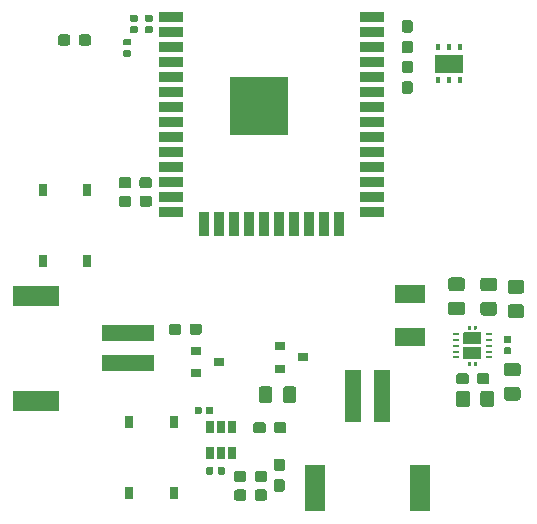
<source format=gbr>
G04 #@! TF.GenerationSoftware,KiCad,Pcbnew,5.1.5+dfsg1-2build2*
G04 #@! TF.CreationDate,2021-08-01T10:53:42+02:00*
G04 #@! TF.ProjectId,Sensor_Nodes,53656e73-6f72-45f4-9e6f-6465732e6b69,rev?*
G04 #@! TF.SameCoordinates,Original*
G04 #@! TF.FileFunction,Paste,Top*
G04 #@! TF.FilePolarity,Positive*
%FSLAX46Y46*%
G04 Gerber Fmt 4.6, Leading zero omitted, Abs format (unit mm)*
G04 Created by KiCad (PCBNEW 5.1.5+dfsg1-2build2) date 2021-08-01 10:53:42*
%MOMM*%
%LPD*%
G04 APERTURE LIST*
%ADD10R,2.000000X0.900000*%
%ADD11R,0.900000X2.000000*%
%ADD12R,5.000000X5.000000*%
%ADD13C,0.100000*%
%ADD14R,0.400000X0.600000*%
%ADD15R,2.400000X1.500000*%
%ADD16R,0.650000X1.060000*%
%ADD17R,0.800000X1.050000*%
%ADD18R,0.900000X0.800000*%
%ADD19R,2.500000X1.500000*%
%ADD20R,1.800000X3.900000*%
%ADD21R,1.400000X4.500000*%
%ADD22R,3.900000X1.800000*%
%ADD23R,4.500000X1.400000*%
%ADD24R,0.600000X0.240000*%
G04 APERTURE END LIST*
D10*
X139183000Y-72263000D03*
X139183000Y-73533000D03*
X139183000Y-74803000D03*
X139183000Y-76073000D03*
X139183000Y-77343000D03*
X139183000Y-78613000D03*
X139183000Y-79883000D03*
X139183000Y-81153000D03*
X139183000Y-82423000D03*
X139183000Y-83693000D03*
X139183000Y-84963000D03*
X139183000Y-86233000D03*
X139183000Y-87503000D03*
X139183000Y-88773000D03*
D11*
X136398000Y-89773000D03*
X135128000Y-89773000D03*
X133858000Y-89773000D03*
X132588000Y-89773000D03*
X131318000Y-89773000D03*
X130048000Y-89773000D03*
X128778000Y-89773000D03*
X127508000Y-89773000D03*
X126238000Y-89773000D03*
X124968000Y-89773000D03*
D10*
X122183000Y-88773000D03*
X122183000Y-87503000D03*
X122183000Y-86233000D03*
X122183000Y-84963000D03*
X122183000Y-83693000D03*
X122183000Y-82423000D03*
X122183000Y-81153000D03*
X122183000Y-79883000D03*
X122183000Y-78613000D03*
X122183000Y-77343000D03*
X122183000Y-76073000D03*
X122183000Y-74803000D03*
X122183000Y-73533000D03*
X122183000Y-72263000D03*
D12*
X129683000Y-79763000D03*
D13*
G36*
X124656958Y-105230710D02*
G01*
X124671276Y-105232834D01*
X124685317Y-105236351D01*
X124698946Y-105241228D01*
X124712031Y-105247417D01*
X124724447Y-105254858D01*
X124736073Y-105263481D01*
X124746798Y-105273202D01*
X124756519Y-105283927D01*
X124765142Y-105295553D01*
X124772583Y-105307969D01*
X124778772Y-105321054D01*
X124783649Y-105334683D01*
X124787166Y-105348724D01*
X124789290Y-105363042D01*
X124790000Y-105377500D01*
X124790000Y-105722500D01*
X124789290Y-105736958D01*
X124787166Y-105751276D01*
X124783649Y-105765317D01*
X124778772Y-105778946D01*
X124772583Y-105792031D01*
X124765142Y-105804447D01*
X124756519Y-105816073D01*
X124746798Y-105826798D01*
X124736073Y-105836519D01*
X124724447Y-105845142D01*
X124712031Y-105852583D01*
X124698946Y-105858772D01*
X124685317Y-105863649D01*
X124671276Y-105867166D01*
X124656958Y-105869290D01*
X124642500Y-105870000D01*
X124347500Y-105870000D01*
X124333042Y-105869290D01*
X124318724Y-105867166D01*
X124304683Y-105863649D01*
X124291054Y-105858772D01*
X124277969Y-105852583D01*
X124265553Y-105845142D01*
X124253927Y-105836519D01*
X124243202Y-105826798D01*
X124233481Y-105816073D01*
X124224858Y-105804447D01*
X124217417Y-105792031D01*
X124211228Y-105778946D01*
X124206351Y-105765317D01*
X124202834Y-105751276D01*
X124200710Y-105736958D01*
X124200000Y-105722500D01*
X124200000Y-105377500D01*
X124200710Y-105363042D01*
X124202834Y-105348724D01*
X124206351Y-105334683D01*
X124211228Y-105321054D01*
X124217417Y-105307969D01*
X124224858Y-105295553D01*
X124233481Y-105283927D01*
X124243202Y-105273202D01*
X124253927Y-105263481D01*
X124265553Y-105254858D01*
X124277969Y-105247417D01*
X124291054Y-105241228D01*
X124304683Y-105236351D01*
X124318724Y-105232834D01*
X124333042Y-105230710D01*
X124347500Y-105230000D01*
X124642500Y-105230000D01*
X124656958Y-105230710D01*
G37*
G36*
X125626958Y-105230710D02*
G01*
X125641276Y-105232834D01*
X125655317Y-105236351D01*
X125668946Y-105241228D01*
X125682031Y-105247417D01*
X125694447Y-105254858D01*
X125706073Y-105263481D01*
X125716798Y-105273202D01*
X125726519Y-105283927D01*
X125735142Y-105295553D01*
X125742583Y-105307969D01*
X125748772Y-105321054D01*
X125753649Y-105334683D01*
X125757166Y-105348724D01*
X125759290Y-105363042D01*
X125760000Y-105377500D01*
X125760000Y-105722500D01*
X125759290Y-105736958D01*
X125757166Y-105751276D01*
X125753649Y-105765317D01*
X125748772Y-105778946D01*
X125742583Y-105792031D01*
X125735142Y-105804447D01*
X125726519Y-105816073D01*
X125716798Y-105826798D01*
X125706073Y-105836519D01*
X125694447Y-105845142D01*
X125682031Y-105852583D01*
X125668946Y-105858772D01*
X125655317Y-105863649D01*
X125641276Y-105867166D01*
X125626958Y-105869290D01*
X125612500Y-105870000D01*
X125317500Y-105870000D01*
X125303042Y-105869290D01*
X125288724Y-105867166D01*
X125274683Y-105863649D01*
X125261054Y-105858772D01*
X125247969Y-105852583D01*
X125235553Y-105845142D01*
X125223927Y-105836519D01*
X125213202Y-105826798D01*
X125203481Y-105816073D01*
X125194858Y-105804447D01*
X125187417Y-105792031D01*
X125181228Y-105778946D01*
X125176351Y-105765317D01*
X125172834Y-105751276D01*
X125170710Y-105736958D01*
X125170000Y-105722500D01*
X125170000Y-105377500D01*
X125170710Y-105363042D01*
X125172834Y-105348724D01*
X125176351Y-105334683D01*
X125181228Y-105321054D01*
X125187417Y-105307969D01*
X125194858Y-105295553D01*
X125203481Y-105283927D01*
X125213202Y-105273202D01*
X125223927Y-105263481D01*
X125235553Y-105254858D01*
X125247969Y-105247417D01*
X125261054Y-105241228D01*
X125274683Y-105236351D01*
X125288724Y-105232834D01*
X125303042Y-105230710D01*
X125317500Y-105230000D01*
X125612500Y-105230000D01*
X125626958Y-105230710D01*
G37*
G36*
X124610779Y-98176144D02*
G01*
X124633834Y-98179563D01*
X124656443Y-98185227D01*
X124678387Y-98193079D01*
X124699457Y-98203044D01*
X124719448Y-98215026D01*
X124738168Y-98228910D01*
X124755438Y-98244562D01*
X124771090Y-98261832D01*
X124784974Y-98280552D01*
X124796956Y-98300543D01*
X124806921Y-98321613D01*
X124814773Y-98343557D01*
X124820437Y-98366166D01*
X124823856Y-98389221D01*
X124825000Y-98412500D01*
X124825000Y-98887500D01*
X124823856Y-98910779D01*
X124820437Y-98933834D01*
X124814773Y-98956443D01*
X124806921Y-98978387D01*
X124796956Y-98999457D01*
X124784974Y-99019448D01*
X124771090Y-99038168D01*
X124755438Y-99055438D01*
X124738168Y-99071090D01*
X124719448Y-99084974D01*
X124699457Y-99096956D01*
X124678387Y-99106921D01*
X124656443Y-99114773D01*
X124633834Y-99120437D01*
X124610779Y-99123856D01*
X124587500Y-99125000D01*
X124012500Y-99125000D01*
X123989221Y-99123856D01*
X123966166Y-99120437D01*
X123943557Y-99114773D01*
X123921613Y-99106921D01*
X123900543Y-99096956D01*
X123880552Y-99084974D01*
X123861832Y-99071090D01*
X123844562Y-99055438D01*
X123828910Y-99038168D01*
X123815026Y-99019448D01*
X123803044Y-98999457D01*
X123793079Y-98978387D01*
X123785227Y-98956443D01*
X123779563Y-98933834D01*
X123776144Y-98910779D01*
X123775000Y-98887500D01*
X123775000Y-98412500D01*
X123776144Y-98389221D01*
X123779563Y-98366166D01*
X123785227Y-98343557D01*
X123793079Y-98321613D01*
X123803044Y-98300543D01*
X123815026Y-98280552D01*
X123828910Y-98261832D01*
X123844562Y-98244562D01*
X123861832Y-98228910D01*
X123880552Y-98215026D01*
X123900543Y-98203044D01*
X123921613Y-98193079D01*
X123943557Y-98185227D01*
X123966166Y-98179563D01*
X123989221Y-98176144D01*
X124012500Y-98175000D01*
X124587500Y-98175000D01*
X124610779Y-98176144D01*
G37*
G36*
X122860779Y-98176144D02*
G01*
X122883834Y-98179563D01*
X122906443Y-98185227D01*
X122928387Y-98193079D01*
X122949457Y-98203044D01*
X122969448Y-98215026D01*
X122988168Y-98228910D01*
X123005438Y-98244562D01*
X123021090Y-98261832D01*
X123034974Y-98280552D01*
X123046956Y-98300543D01*
X123056921Y-98321613D01*
X123064773Y-98343557D01*
X123070437Y-98366166D01*
X123073856Y-98389221D01*
X123075000Y-98412500D01*
X123075000Y-98887500D01*
X123073856Y-98910779D01*
X123070437Y-98933834D01*
X123064773Y-98956443D01*
X123056921Y-98978387D01*
X123046956Y-98999457D01*
X123034974Y-99019448D01*
X123021090Y-99038168D01*
X123005438Y-99055438D01*
X122988168Y-99071090D01*
X122969448Y-99084974D01*
X122949457Y-99096956D01*
X122928387Y-99106921D01*
X122906443Y-99114773D01*
X122883834Y-99120437D01*
X122860779Y-99123856D01*
X122837500Y-99125000D01*
X122262500Y-99125000D01*
X122239221Y-99123856D01*
X122216166Y-99120437D01*
X122193557Y-99114773D01*
X122171613Y-99106921D01*
X122150543Y-99096956D01*
X122130552Y-99084974D01*
X122111832Y-99071090D01*
X122094562Y-99055438D01*
X122078910Y-99038168D01*
X122065026Y-99019448D01*
X122053044Y-98999457D01*
X122043079Y-98978387D01*
X122035227Y-98956443D01*
X122029563Y-98933834D01*
X122026144Y-98910779D01*
X122025000Y-98887500D01*
X122025000Y-98412500D01*
X122026144Y-98389221D01*
X122029563Y-98366166D01*
X122035227Y-98343557D01*
X122043079Y-98321613D01*
X122053044Y-98300543D01*
X122065026Y-98280552D01*
X122078910Y-98261832D01*
X122094562Y-98244562D01*
X122111832Y-98228910D01*
X122130552Y-98215026D01*
X122150543Y-98203044D01*
X122171613Y-98193079D01*
X122193557Y-98185227D01*
X122216166Y-98179563D01*
X122239221Y-98176144D01*
X122262500Y-98175000D01*
X122837500Y-98175000D01*
X122860779Y-98176144D01*
G37*
D14*
X144800000Y-74796000D03*
X145750000Y-74796000D03*
X146700000Y-74796000D03*
X146700000Y-77596000D03*
X145750000Y-77596000D03*
X144800000Y-77596000D03*
D15*
X145750000Y-76196000D03*
D16*
X125491200Y-109177600D03*
X126441200Y-109177600D03*
X127391200Y-109177600D03*
X127391200Y-106977600D03*
X125491200Y-106977600D03*
X126441200Y-106977600D03*
D17*
X115125000Y-92850000D03*
X111375000Y-92850000D03*
X111375000Y-86850000D03*
X115125000Y-86850000D03*
X118673400Y-112550800D03*
X122423400Y-112550800D03*
X122423400Y-106550800D03*
X118673400Y-106550800D03*
D13*
G36*
X128377578Y-112226544D02*
G01*
X128400633Y-112229963D01*
X128423242Y-112235627D01*
X128445186Y-112243479D01*
X128466256Y-112253444D01*
X128486247Y-112265426D01*
X128504967Y-112279310D01*
X128522237Y-112294962D01*
X128537889Y-112312232D01*
X128551773Y-112330952D01*
X128563755Y-112350943D01*
X128573720Y-112372013D01*
X128581572Y-112393957D01*
X128587236Y-112416566D01*
X128590655Y-112439621D01*
X128591799Y-112462900D01*
X128591799Y-112937900D01*
X128590655Y-112961179D01*
X128587236Y-112984234D01*
X128581572Y-113006843D01*
X128573720Y-113028787D01*
X128563755Y-113049857D01*
X128551773Y-113069848D01*
X128537889Y-113088568D01*
X128522237Y-113105838D01*
X128504967Y-113121490D01*
X128486247Y-113135374D01*
X128466256Y-113147356D01*
X128445186Y-113157321D01*
X128423242Y-113165173D01*
X128400633Y-113170837D01*
X128377578Y-113174256D01*
X128354299Y-113175400D01*
X127779299Y-113175400D01*
X127756020Y-113174256D01*
X127732965Y-113170837D01*
X127710356Y-113165173D01*
X127688412Y-113157321D01*
X127667342Y-113147356D01*
X127647351Y-113135374D01*
X127628631Y-113121490D01*
X127611361Y-113105838D01*
X127595709Y-113088568D01*
X127581825Y-113069848D01*
X127569843Y-113049857D01*
X127559878Y-113028787D01*
X127552026Y-113006843D01*
X127546362Y-112984234D01*
X127542943Y-112961179D01*
X127541799Y-112937900D01*
X127541799Y-112462900D01*
X127542943Y-112439621D01*
X127546362Y-112416566D01*
X127552026Y-112393957D01*
X127559878Y-112372013D01*
X127569843Y-112350943D01*
X127581825Y-112330952D01*
X127595709Y-112312232D01*
X127611361Y-112294962D01*
X127628631Y-112279310D01*
X127647351Y-112265426D01*
X127667342Y-112253444D01*
X127688412Y-112243479D01*
X127710356Y-112235627D01*
X127732965Y-112229963D01*
X127756020Y-112226544D01*
X127779299Y-112225400D01*
X128354299Y-112225400D01*
X128377578Y-112226544D01*
G37*
G36*
X130127578Y-112226544D02*
G01*
X130150633Y-112229963D01*
X130173242Y-112235627D01*
X130195186Y-112243479D01*
X130216256Y-112253444D01*
X130236247Y-112265426D01*
X130254967Y-112279310D01*
X130272237Y-112294962D01*
X130287889Y-112312232D01*
X130301773Y-112330952D01*
X130313755Y-112350943D01*
X130323720Y-112372013D01*
X130331572Y-112393957D01*
X130337236Y-112416566D01*
X130340655Y-112439621D01*
X130341799Y-112462900D01*
X130341799Y-112937900D01*
X130340655Y-112961179D01*
X130337236Y-112984234D01*
X130331572Y-113006843D01*
X130323720Y-113028787D01*
X130313755Y-113049857D01*
X130301773Y-113069848D01*
X130287889Y-113088568D01*
X130272237Y-113105838D01*
X130254967Y-113121490D01*
X130236247Y-113135374D01*
X130216256Y-113147356D01*
X130195186Y-113157321D01*
X130173242Y-113165173D01*
X130150633Y-113170837D01*
X130127578Y-113174256D01*
X130104299Y-113175400D01*
X129529299Y-113175400D01*
X129506020Y-113174256D01*
X129482965Y-113170837D01*
X129460356Y-113165173D01*
X129438412Y-113157321D01*
X129417342Y-113147356D01*
X129397351Y-113135374D01*
X129378631Y-113121490D01*
X129361361Y-113105838D01*
X129345709Y-113088568D01*
X129331825Y-113069848D01*
X129319843Y-113049857D01*
X129309878Y-113028787D01*
X129302026Y-113006843D01*
X129296362Y-112984234D01*
X129292943Y-112961179D01*
X129291799Y-112937900D01*
X129291799Y-112462900D01*
X129292943Y-112439621D01*
X129296362Y-112416566D01*
X129302026Y-112393957D01*
X129309878Y-112372013D01*
X129319843Y-112350943D01*
X129331825Y-112330952D01*
X129345709Y-112312232D01*
X129361361Y-112294962D01*
X129378631Y-112279310D01*
X129397351Y-112265426D01*
X129417342Y-112253444D01*
X129438412Y-112243479D01*
X129460356Y-112235627D01*
X129482965Y-112229963D01*
X129506020Y-112226544D01*
X129529299Y-112225400D01*
X130104299Y-112225400D01*
X130127578Y-112226544D01*
G37*
G36*
X131629579Y-111363744D02*
G01*
X131652634Y-111367163D01*
X131675243Y-111372827D01*
X131697187Y-111380679D01*
X131718257Y-111390644D01*
X131738248Y-111402626D01*
X131756968Y-111416510D01*
X131774238Y-111432162D01*
X131789890Y-111449432D01*
X131803774Y-111468152D01*
X131815756Y-111488143D01*
X131825721Y-111509213D01*
X131833573Y-111531157D01*
X131839237Y-111553766D01*
X131842656Y-111576821D01*
X131843800Y-111600100D01*
X131843800Y-112175100D01*
X131842656Y-112198379D01*
X131839237Y-112221434D01*
X131833573Y-112244043D01*
X131825721Y-112265987D01*
X131815756Y-112287057D01*
X131803774Y-112307048D01*
X131789890Y-112325768D01*
X131774238Y-112343038D01*
X131756968Y-112358690D01*
X131738248Y-112372574D01*
X131718257Y-112384556D01*
X131697187Y-112394521D01*
X131675243Y-112402373D01*
X131652634Y-112408037D01*
X131629579Y-112411456D01*
X131606300Y-112412600D01*
X131131300Y-112412600D01*
X131108021Y-112411456D01*
X131084966Y-112408037D01*
X131062357Y-112402373D01*
X131040413Y-112394521D01*
X131019343Y-112384556D01*
X130999352Y-112372574D01*
X130980632Y-112358690D01*
X130963362Y-112343038D01*
X130947710Y-112325768D01*
X130933826Y-112307048D01*
X130921844Y-112287057D01*
X130911879Y-112265987D01*
X130904027Y-112244043D01*
X130898363Y-112221434D01*
X130894944Y-112198379D01*
X130893800Y-112175100D01*
X130893800Y-111600100D01*
X130894944Y-111576821D01*
X130898363Y-111553766D01*
X130904027Y-111531157D01*
X130911879Y-111509213D01*
X130921844Y-111488143D01*
X130933826Y-111468152D01*
X130947710Y-111449432D01*
X130963362Y-111432162D01*
X130980632Y-111416510D01*
X130999352Y-111402626D01*
X131019343Y-111390644D01*
X131040413Y-111380679D01*
X131062357Y-111372827D01*
X131084966Y-111367163D01*
X131108021Y-111363744D01*
X131131300Y-111362600D01*
X131606300Y-111362600D01*
X131629579Y-111363744D01*
G37*
G36*
X131629579Y-109613744D02*
G01*
X131652634Y-109617163D01*
X131675243Y-109622827D01*
X131697187Y-109630679D01*
X131718257Y-109640644D01*
X131738248Y-109652626D01*
X131756968Y-109666510D01*
X131774238Y-109682162D01*
X131789890Y-109699432D01*
X131803774Y-109718152D01*
X131815756Y-109738143D01*
X131825721Y-109759213D01*
X131833573Y-109781157D01*
X131839237Y-109803766D01*
X131842656Y-109826821D01*
X131843800Y-109850100D01*
X131843800Y-110425100D01*
X131842656Y-110448379D01*
X131839237Y-110471434D01*
X131833573Y-110494043D01*
X131825721Y-110515987D01*
X131815756Y-110537057D01*
X131803774Y-110557048D01*
X131789890Y-110575768D01*
X131774238Y-110593038D01*
X131756968Y-110608690D01*
X131738248Y-110622574D01*
X131718257Y-110634556D01*
X131697187Y-110644521D01*
X131675243Y-110652373D01*
X131652634Y-110658037D01*
X131629579Y-110661456D01*
X131606300Y-110662600D01*
X131131300Y-110662600D01*
X131108021Y-110661456D01*
X131084966Y-110658037D01*
X131062357Y-110652373D01*
X131040413Y-110644521D01*
X131019343Y-110634556D01*
X130999352Y-110622574D01*
X130980632Y-110608690D01*
X130963362Y-110593038D01*
X130947710Y-110575768D01*
X130933826Y-110557048D01*
X130921844Y-110537057D01*
X130911879Y-110515987D01*
X130904027Y-110494043D01*
X130898363Y-110471434D01*
X130894944Y-110448379D01*
X130893800Y-110425100D01*
X130893800Y-109850100D01*
X130894944Y-109826821D01*
X130898363Y-109803766D01*
X130904027Y-109781157D01*
X130911879Y-109759213D01*
X130921844Y-109738143D01*
X130933826Y-109718152D01*
X130947710Y-109699432D01*
X130963362Y-109682162D01*
X130980632Y-109666510D01*
X130999352Y-109652626D01*
X131019343Y-109640644D01*
X131040413Y-109630679D01*
X131062357Y-109622827D01*
X131084966Y-109617163D01*
X131108021Y-109613744D01*
X131131300Y-109612600D01*
X131606300Y-109612600D01*
X131629579Y-109613744D01*
G37*
G36*
X142460779Y-75926144D02*
G01*
X142483834Y-75929563D01*
X142506443Y-75935227D01*
X142528387Y-75943079D01*
X142549457Y-75953044D01*
X142569448Y-75965026D01*
X142588168Y-75978910D01*
X142605438Y-75994562D01*
X142621090Y-76011832D01*
X142634974Y-76030552D01*
X142646956Y-76050543D01*
X142656921Y-76071613D01*
X142664773Y-76093557D01*
X142670437Y-76116166D01*
X142673856Y-76139221D01*
X142675000Y-76162500D01*
X142675000Y-76737500D01*
X142673856Y-76760779D01*
X142670437Y-76783834D01*
X142664773Y-76806443D01*
X142656921Y-76828387D01*
X142646956Y-76849457D01*
X142634974Y-76869448D01*
X142621090Y-76888168D01*
X142605438Y-76905438D01*
X142588168Y-76921090D01*
X142569448Y-76934974D01*
X142549457Y-76946956D01*
X142528387Y-76956921D01*
X142506443Y-76964773D01*
X142483834Y-76970437D01*
X142460779Y-76973856D01*
X142437500Y-76975000D01*
X141962500Y-76975000D01*
X141939221Y-76973856D01*
X141916166Y-76970437D01*
X141893557Y-76964773D01*
X141871613Y-76956921D01*
X141850543Y-76946956D01*
X141830552Y-76934974D01*
X141811832Y-76921090D01*
X141794562Y-76905438D01*
X141778910Y-76888168D01*
X141765026Y-76869448D01*
X141753044Y-76849457D01*
X141743079Y-76828387D01*
X141735227Y-76806443D01*
X141729563Y-76783834D01*
X141726144Y-76760779D01*
X141725000Y-76737500D01*
X141725000Y-76162500D01*
X141726144Y-76139221D01*
X141729563Y-76116166D01*
X141735227Y-76093557D01*
X141743079Y-76071613D01*
X141753044Y-76050543D01*
X141765026Y-76030552D01*
X141778910Y-76011832D01*
X141794562Y-75994562D01*
X141811832Y-75978910D01*
X141830552Y-75965026D01*
X141850543Y-75953044D01*
X141871613Y-75943079D01*
X141893557Y-75935227D01*
X141916166Y-75929563D01*
X141939221Y-75926144D01*
X141962500Y-75925000D01*
X142437500Y-75925000D01*
X142460779Y-75926144D01*
G37*
G36*
X142460779Y-77676144D02*
G01*
X142483834Y-77679563D01*
X142506443Y-77685227D01*
X142528387Y-77693079D01*
X142549457Y-77703044D01*
X142569448Y-77715026D01*
X142588168Y-77728910D01*
X142605438Y-77744562D01*
X142621090Y-77761832D01*
X142634974Y-77780552D01*
X142646956Y-77800543D01*
X142656921Y-77821613D01*
X142664773Y-77843557D01*
X142670437Y-77866166D01*
X142673856Y-77889221D01*
X142675000Y-77912500D01*
X142675000Y-78487500D01*
X142673856Y-78510779D01*
X142670437Y-78533834D01*
X142664773Y-78556443D01*
X142656921Y-78578387D01*
X142646956Y-78599457D01*
X142634974Y-78619448D01*
X142621090Y-78638168D01*
X142605438Y-78655438D01*
X142588168Y-78671090D01*
X142569448Y-78684974D01*
X142549457Y-78696956D01*
X142528387Y-78706921D01*
X142506443Y-78714773D01*
X142483834Y-78720437D01*
X142460779Y-78723856D01*
X142437500Y-78725000D01*
X141962500Y-78725000D01*
X141939221Y-78723856D01*
X141916166Y-78720437D01*
X141893557Y-78714773D01*
X141871613Y-78706921D01*
X141850543Y-78696956D01*
X141830552Y-78684974D01*
X141811832Y-78671090D01*
X141794562Y-78655438D01*
X141778910Y-78638168D01*
X141765026Y-78619448D01*
X141753044Y-78599457D01*
X141743079Y-78578387D01*
X141735227Y-78556443D01*
X141729563Y-78533834D01*
X141726144Y-78510779D01*
X141725000Y-78487500D01*
X141725000Y-77912500D01*
X141726144Y-77889221D01*
X141729563Y-77866166D01*
X141735227Y-77843557D01*
X141743079Y-77821613D01*
X141753044Y-77800543D01*
X141765026Y-77780552D01*
X141778910Y-77761832D01*
X141794562Y-77744562D01*
X141811832Y-77728910D01*
X141830552Y-77715026D01*
X141850543Y-77703044D01*
X141871613Y-77693079D01*
X141893557Y-77685227D01*
X141916166Y-77679563D01*
X141939221Y-77676144D01*
X141962500Y-77675000D01*
X142437500Y-77675000D01*
X142460779Y-77676144D01*
G37*
G36*
X142466779Y-74247143D02*
G01*
X142489834Y-74250562D01*
X142512443Y-74256226D01*
X142534387Y-74264078D01*
X142555457Y-74274043D01*
X142575448Y-74286025D01*
X142594168Y-74299909D01*
X142611438Y-74315561D01*
X142627090Y-74332831D01*
X142640974Y-74351551D01*
X142652956Y-74371542D01*
X142662921Y-74392612D01*
X142670773Y-74414556D01*
X142676437Y-74437165D01*
X142679856Y-74460220D01*
X142681000Y-74483499D01*
X142681000Y-75058499D01*
X142679856Y-75081778D01*
X142676437Y-75104833D01*
X142670773Y-75127442D01*
X142662921Y-75149386D01*
X142652956Y-75170456D01*
X142640974Y-75190447D01*
X142627090Y-75209167D01*
X142611438Y-75226437D01*
X142594168Y-75242089D01*
X142575448Y-75255973D01*
X142555457Y-75267955D01*
X142534387Y-75277920D01*
X142512443Y-75285772D01*
X142489834Y-75291436D01*
X142466779Y-75294855D01*
X142443500Y-75295999D01*
X141968500Y-75295999D01*
X141945221Y-75294855D01*
X141922166Y-75291436D01*
X141899557Y-75285772D01*
X141877613Y-75277920D01*
X141856543Y-75267955D01*
X141836552Y-75255973D01*
X141817832Y-75242089D01*
X141800562Y-75226437D01*
X141784910Y-75209167D01*
X141771026Y-75190447D01*
X141759044Y-75170456D01*
X141749079Y-75149386D01*
X141741227Y-75127442D01*
X141735563Y-75104833D01*
X141732144Y-75081778D01*
X141731000Y-75058499D01*
X141731000Y-74483499D01*
X141732144Y-74460220D01*
X141735563Y-74437165D01*
X141741227Y-74414556D01*
X141749079Y-74392612D01*
X141759044Y-74371542D01*
X141771026Y-74351551D01*
X141784910Y-74332831D01*
X141800562Y-74315561D01*
X141817832Y-74299909D01*
X141836552Y-74286025D01*
X141856543Y-74274043D01*
X141877613Y-74264078D01*
X141899557Y-74256226D01*
X141922166Y-74250562D01*
X141945221Y-74247143D01*
X141968500Y-74245999D01*
X142443500Y-74245999D01*
X142466779Y-74247143D01*
G37*
G36*
X142466779Y-72497143D02*
G01*
X142489834Y-72500562D01*
X142512443Y-72506226D01*
X142534387Y-72514078D01*
X142555457Y-72524043D01*
X142575448Y-72536025D01*
X142594168Y-72549909D01*
X142611438Y-72565561D01*
X142627090Y-72582831D01*
X142640974Y-72601551D01*
X142652956Y-72621542D01*
X142662921Y-72642612D01*
X142670773Y-72664556D01*
X142676437Y-72687165D01*
X142679856Y-72710220D01*
X142681000Y-72733499D01*
X142681000Y-73308499D01*
X142679856Y-73331778D01*
X142676437Y-73354833D01*
X142670773Y-73377442D01*
X142662921Y-73399386D01*
X142652956Y-73420456D01*
X142640974Y-73440447D01*
X142627090Y-73459167D01*
X142611438Y-73476437D01*
X142594168Y-73492089D01*
X142575448Y-73505973D01*
X142555457Y-73517955D01*
X142534387Y-73527920D01*
X142512443Y-73535772D01*
X142489834Y-73541436D01*
X142466779Y-73544855D01*
X142443500Y-73545999D01*
X141968500Y-73545999D01*
X141945221Y-73544855D01*
X141922166Y-73541436D01*
X141899557Y-73535772D01*
X141877613Y-73527920D01*
X141856543Y-73517955D01*
X141836552Y-73505973D01*
X141817832Y-73492089D01*
X141800562Y-73476437D01*
X141784910Y-73459167D01*
X141771026Y-73440447D01*
X141759044Y-73420456D01*
X141749079Y-73399386D01*
X141741227Y-73377442D01*
X141735563Y-73354833D01*
X141732144Y-73331778D01*
X141731000Y-73308499D01*
X141731000Y-72733499D01*
X141732144Y-72710220D01*
X141735563Y-72687165D01*
X141741227Y-72664556D01*
X141749079Y-72642612D01*
X141759044Y-72621542D01*
X141771026Y-72601551D01*
X141784910Y-72582831D01*
X141800562Y-72565561D01*
X141817832Y-72549909D01*
X141836552Y-72536025D01*
X141856543Y-72524043D01*
X141877613Y-72514078D01*
X141899557Y-72506226D01*
X141922166Y-72500562D01*
X141945221Y-72497143D01*
X141968500Y-72495999D01*
X142443500Y-72495999D01*
X142466779Y-72497143D01*
G37*
G36*
X148943979Y-102369144D02*
G01*
X148967034Y-102372563D01*
X148989643Y-102378227D01*
X149011587Y-102386079D01*
X149032657Y-102396044D01*
X149052648Y-102408026D01*
X149071368Y-102421910D01*
X149088638Y-102437562D01*
X149104290Y-102454832D01*
X149118174Y-102473552D01*
X149130156Y-102493543D01*
X149140121Y-102514613D01*
X149147973Y-102536557D01*
X149153637Y-102559166D01*
X149157056Y-102582221D01*
X149158200Y-102605500D01*
X149158200Y-103080500D01*
X149157056Y-103103779D01*
X149153637Y-103126834D01*
X149147973Y-103149443D01*
X149140121Y-103171387D01*
X149130156Y-103192457D01*
X149118174Y-103212448D01*
X149104290Y-103231168D01*
X149088638Y-103248438D01*
X149071368Y-103264090D01*
X149052648Y-103277974D01*
X149032657Y-103289956D01*
X149011587Y-103299921D01*
X148989643Y-103307773D01*
X148967034Y-103313437D01*
X148943979Y-103316856D01*
X148920700Y-103318000D01*
X148345700Y-103318000D01*
X148322421Y-103316856D01*
X148299366Y-103313437D01*
X148276757Y-103307773D01*
X148254813Y-103299921D01*
X148233743Y-103289956D01*
X148213752Y-103277974D01*
X148195032Y-103264090D01*
X148177762Y-103248438D01*
X148162110Y-103231168D01*
X148148226Y-103212448D01*
X148136244Y-103192457D01*
X148126279Y-103171387D01*
X148118427Y-103149443D01*
X148112763Y-103126834D01*
X148109344Y-103103779D01*
X148108200Y-103080500D01*
X148108200Y-102605500D01*
X148109344Y-102582221D01*
X148112763Y-102559166D01*
X148118427Y-102536557D01*
X148126279Y-102514613D01*
X148136244Y-102493543D01*
X148148226Y-102473552D01*
X148162110Y-102454832D01*
X148177762Y-102437562D01*
X148195032Y-102421910D01*
X148213752Y-102408026D01*
X148233743Y-102396044D01*
X148254813Y-102386079D01*
X148276757Y-102378227D01*
X148299366Y-102372563D01*
X148322421Y-102369144D01*
X148345700Y-102368000D01*
X148920700Y-102368000D01*
X148943979Y-102369144D01*
G37*
G36*
X147193979Y-102369144D02*
G01*
X147217034Y-102372563D01*
X147239643Y-102378227D01*
X147261587Y-102386079D01*
X147282657Y-102396044D01*
X147302648Y-102408026D01*
X147321368Y-102421910D01*
X147338638Y-102437562D01*
X147354290Y-102454832D01*
X147368174Y-102473552D01*
X147380156Y-102493543D01*
X147390121Y-102514613D01*
X147397973Y-102536557D01*
X147403637Y-102559166D01*
X147407056Y-102582221D01*
X147408200Y-102605500D01*
X147408200Y-103080500D01*
X147407056Y-103103779D01*
X147403637Y-103126834D01*
X147397973Y-103149443D01*
X147390121Y-103171387D01*
X147380156Y-103192457D01*
X147368174Y-103212448D01*
X147354290Y-103231168D01*
X147338638Y-103248438D01*
X147321368Y-103264090D01*
X147302648Y-103277974D01*
X147282657Y-103289956D01*
X147261587Y-103299921D01*
X147239643Y-103307773D01*
X147217034Y-103313437D01*
X147193979Y-103316856D01*
X147170700Y-103318000D01*
X146595700Y-103318000D01*
X146572421Y-103316856D01*
X146549366Y-103313437D01*
X146526757Y-103307773D01*
X146504813Y-103299921D01*
X146483743Y-103289956D01*
X146463752Y-103277974D01*
X146445032Y-103264090D01*
X146427762Y-103248438D01*
X146412110Y-103231168D01*
X146398226Y-103212448D01*
X146386244Y-103192457D01*
X146376279Y-103171387D01*
X146368427Y-103149443D01*
X146362763Y-103126834D01*
X146359344Y-103103779D01*
X146358200Y-103080500D01*
X146358200Y-102605500D01*
X146359344Y-102582221D01*
X146362763Y-102559166D01*
X146368427Y-102536557D01*
X146376279Y-102514613D01*
X146386244Y-102493543D01*
X146398226Y-102473552D01*
X146412110Y-102454832D01*
X146427762Y-102437562D01*
X146445032Y-102421910D01*
X146463752Y-102408026D01*
X146483743Y-102396044D01*
X146504813Y-102386079D01*
X146526757Y-102378227D01*
X146549366Y-102372563D01*
X146572421Y-102369144D01*
X146595700Y-102368000D01*
X147170700Y-102368000D01*
X147193979Y-102369144D01*
G37*
G36*
X115217779Y-73694144D02*
G01*
X115240834Y-73697563D01*
X115263443Y-73703227D01*
X115285387Y-73711079D01*
X115306457Y-73721044D01*
X115326448Y-73733026D01*
X115345168Y-73746910D01*
X115362438Y-73762562D01*
X115378090Y-73779832D01*
X115391974Y-73798552D01*
X115403956Y-73818543D01*
X115413921Y-73839613D01*
X115421773Y-73861557D01*
X115427437Y-73884166D01*
X115430856Y-73907221D01*
X115432000Y-73930500D01*
X115432000Y-74405500D01*
X115430856Y-74428779D01*
X115427437Y-74451834D01*
X115421773Y-74474443D01*
X115413921Y-74496387D01*
X115403956Y-74517457D01*
X115391974Y-74537448D01*
X115378090Y-74556168D01*
X115362438Y-74573438D01*
X115345168Y-74589090D01*
X115326448Y-74602974D01*
X115306457Y-74614956D01*
X115285387Y-74624921D01*
X115263443Y-74632773D01*
X115240834Y-74638437D01*
X115217779Y-74641856D01*
X115194500Y-74643000D01*
X114619500Y-74643000D01*
X114596221Y-74641856D01*
X114573166Y-74638437D01*
X114550557Y-74632773D01*
X114528613Y-74624921D01*
X114507543Y-74614956D01*
X114487552Y-74602974D01*
X114468832Y-74589090D01*
X114451562Y-74573438D01*
X114435910Y-74556168D01*
X114422026Y-74537448D01*
X114410044Y-74517457D01*
X114400079Y-74496387D01*
X114392227Y-74474443D01*
X114386563Y-74451834D01*
X114383144Y-74428779D01*
X114382000Y-74405500D01*
X114382000Y-73930500D01*
X114383144Y-73907221D01*
X114386563Y-73884166D01*
X114392227Y-73861557D01*
X114400079Y-73839613D01*
X114410044Y-73818543D01*
X114422026Y-73798552D01*
X114435910Y-73779832D01*
X114451562Y-73762562D01*
X114468832Y-73746910D01*
X114487552Y-73733026D01*
X114507543Y-73721044D01*
X114528613Y-73711079D01*
X114550557Y-73703227D01*
X114573166Y-73697563D01*
X114596221Y-73694144D01*
X114619500Y-73693000D01*
X115194500Y-73693000D01*
X115217779Y-73694144D01*
G37*
G36*
X113467779Y-73694144D02*
G01*
X113490834Y-73697563D01*
X113513443Y-73703227D01*
X113535387Y-73711079D01*
X113556457Y-73721044D01*
X113576448Y-73733026D01*
X113595168Y-73746910D01*
X113612438Y-73762562D01*
X113628090Y-73779832D01*
X113641974Y-73798552D01*
X113653956Y-73818543D01*
X113663921Y-73839613D01*
X113671773Y-73861557D01*
X113677437Y-73884166D01*
X113680856Y-73907221D01*
X113682000Y-73930500D01*
X113682000Y-74405500D01*
X113680856Y-74428779D01*
X113677437Y-74451834D01*
X113671773Y-74474443D01*
X113663921Y-74496387D01*
X113653956Y-74517457D01*
X113641974Y-74537448D01*
X113628090Y-74556168D01*
X113612438Y-74573438D01*
X113595168Y-74589090D01*
X113576448Y-74602974D01*
X113556457Y-74614956D01*
X113535387Y-74624921D01*
X113513443Y-74632773D01*
X113490834Y-74638437D01*
X113467779Y-74641856D01*
X113444500Y-74643000D01*
X112869500Y-74643000D01*
X112846221Y-74641856D01*
X112823166Y-74638437D01*
X112800557Y-74632773D01*
X112778613Y-74624921D01*
X112757543Y-74614956D01*
X112737552Y-74602974D01*
X112718832Y-74589090D01*
X112701562Y-74573438D01*
X112685910Y-74556168D01*
X112672026Y-74537448D01*
X112660044Y-74517457D01*
X112650079Y-74496387D01*
X112642227Y-74474443D01*
X112636563Y-74451834D01*
X112633144Y-74428779D01*
X112632000Y-74405500D01*
X112632000Y-73930500D01*
X112633144Y-73907221D01*
X112636563Y-73884166D01*
X112642227Y-73861557D01*
X112650079Y-73839613D01*
X112660044Y-73818543D01*
X112672026Y-73798552D01*
X112685910Y-73779832D01*
X112701562Y-73762562D01*
X112718832Y-73746910D01*
X112737552Y-73733026D01*
X112757543Y-73721044D01*
X112778613Y-73711079D01*
X112800557Y-73703227D01*
X112823166Y-73697563D01*
X112846221Y-73694144D01*
X112869500Y-73693000D01*
X113444500Y-73693000D01*
X113467779Y-73694144D01*
G37*
G36*
X128377578Y-110651744D02*
G01*
X128400633Y-110655163D01*
X128423242Y-110660827D01*
X128445186Y-110668679D01*
X128466256Y-110678644D01*
X128486247Y-110690626D01*
X128504967Y-110704510D01*
X128522237Y-110720162D01*
X128537889Y-110737432D01*
X128551773Y-110756152D01*
X128563755Y-110776143D01*
X128573720Y-110797213D01*
X128581572Y-110819157D01*
X128587236Y-110841766D01*
X128590655Y-110864821D01*
X128591799Y-110888100D01*
X128591799Y-111363100D01*
X128590655Y-111386379D01*
X128587236Y-111409434D01*
X128581572Y-111432043D01*
X128573720Y-111453987D01*
X128563755Y-111475057D01*
X128551773Y-111495048D01*
X128537889Y-111513768D01*
X128522237Y-111531038D01*
X128504967Y-111546690D01*
X128486247Y-111560574D01*
X128466256Y-111572556D01*
X128445186Y-111582521D01*
X128423242Y-111590373D01*
X128400633Y-111596037D01*
X128377578Y-111599456D01*
X128354299Y-111600600D01*
X127779299Y-111600600D01*
X127756020Y-111599456D01*
X127732965Y-111596037D01*
X127710356Y-111590373D01*
X127688412Y-111582521D01*
X127667342Y-111572556D01*
X127647351Y-111560574D01*
X127628631Y-111546690D01*
X127611361Y-111531038D01*
X127595709Y-111513768D01*
X127581825Y-111495048D01*
X127569843Y-111475057D01*
X127559878Y-111453987D01*
X127552026Y-111432043D01*
X127546362Y-111409434D01*
X127542943Y-111386379D01*
X127541799Y-111363100D01*
X127541799Y-110888100D01*
X127542943Y-110864821D01*
X127546362Y-110841766D01*
X127552026Y-110819157D01*
X127559878Y-110797213D01*
X127569843Y-110776143D01*
X127581825Y-110756152D01*
X127595709Y-110737432D01*
X127611361Y-110720162D01*
X127628631Y-110704510D01*
X127647351Y-110690626D01*
X127667342Y-110678644D01*
X127688412Y-110668679D01*
X127710356Y-110660827D01*
X127732965Y-110655163D01*
X127756020Y-110651744D01*
X127779299Y-110650600D01*
X128354299Y-110650600D01*
X128377578Y-110651744D01*
G37*
G36*
X130127578Y-110651744D02*
G01*
X130150633Y-110655163D01*
X130173242Y-110660827D01*
X130195186Y-110668679D01*
X130216256Y-110678644D01*
X130236247Y-110690626D01*
X130254967Y-110704510D01*
X130272237Y-110720162D01*
X130287889Y-110737432D01*
X130301773Y-110756152D01*
X130313755Y-110776143D01*
X130323720Y-110797213D01*
X130331572Y-110819157D01*
X130337236Y-110841766D01*
X130340655Y-110864821D01*
X130341799Y-110888100D01*
X130341799Y-111363100D01*
X130340655Y-111386379D01*
X130337236Y-111409434D01*
X130331572Y-111432043D01*
X130323720Y-111453987D01*
X130313755Y-111475057D01*
X130301773Y-111495048D01*
X130287889Y-111513768D01*
X130272237Y-111531038D01*
X130254967Y-111546690D01*
X130236247Y-111560574D01*
X130216256Y-111572556D01*
X130195186Y-111582521D01*
X130173242Y-111590373D01*
X130150633Y-111596037D01*
X130127578Y-111599456D01*
X130104299Y-111600600D01*
X129529299Y-111600600D01*
X129506020Y-111599456D01*
X129482965Y-111596037D01*
X129460356Y-111590373D01*
X129438412Y-111582521D01*
X129417342Y-111572556D01*
X129397351Y-111560574D01*
X129378631Y-111546690D01*
X129361361Y-111531038D01*
X129345709Y-111513768D01*
X129331825Y-111495048D01*
X129319843Y-111475057D01*
X129309878Y-111453987D01*
X129302026Y-111432043D01*
X129296362Y-111409434D01*
X129292943Y-111386379D01*
X129291799Y-111363100D01*
X129291799Y-110888100D01*
X129292943Y-110864821D01*
X129296362Y-110841766D01*
X129302026Y-110819157D01*
X129309878Y-110797213D01*
X129319843Y-110776143D01*
X129331825Y-110756152D01*
X129345709Y-110737432D01*
X129361361Y-110720162D01*
X129378631Y-110704510D01*
X129397351Y-110690626D01*
X129417342Y-110678644D01*
X129438412Y-110668679D01*
X129460356Y-110660827D01*
X129482965Y-110655163D01*
X129506020Y-110651744D01*
X129529299Y-110650600D01*
X130104299Y-110650600D01*
X130127578Y-110651744D01*
G37*
G36*
X118629378Y-87344143D02*
G01*
X118652433Y-87347562D01*
X118675042Y-87353226D01*
X118696986Y-87361078D01*
X118718056Y-87371043D01*
X118738047Y-87383025D01*
X118756767Y-87396909D01*
X118774037Y-87412561D01*
X118789689Y-87429831D01*
X118803573Y-87448551D01*
X118815555Y-87468542D01*
X118825520Y-87489612D01*
X118833372Y-87511556D01*
X118839036Y-87534165D01*
X118842455Y-87557220D01*
X118843599Y-87580499D01*
X118843599Y-88055499D01*
X118842455Y-88078778D01*
X118839036Y-88101833D01*
X118833372Y-88124442D01*
X118825520Y-88146386D01*
X118815555Y-88167456D01*
X118803573Y-88187447D01*
X118789689Y-88206167D01*
X118774037Y-88223437D01*
X118756767Y-88239089D01*
X118738047Y-88252973D01*
X118718056Y-88264955D01*
X118696986Y-88274920D01*
X118675042Y-88282772D01*
X118652433Y-88288436D01*
X118629378Y-88291855D01*
X118606099Y-88292999D01*
X118031099Y-88292999D01*
X118007820Y-88291855D01*
X117984765Y-88288436D01*
X117962156Y-88282772D01*
X117940212Y-88274920D01*
X117919142Y-88264955D01*
X117899151Y-88252973D01*
X117880431Y-88239089D01*
X117863161Y-88223437D01*
X117847509Y-88206167D01*
X117833625Y-88187447D01*
X117821643Y-88167456D01*
X117811678Y-88146386D01*
X117803826Y-88124442D01*
X117798162Y-88101833D01*
X117794743Y-88078778D01*
X117793599Y-88055499D01*
X117793599Y-87580499D01*
X117794743Y-87557220D01*
X117798162Y-87534165D01*
X117803826Y-87511556D01*
X117811678Y-87489612D01*
X117821643Y-87468542D01*
X117833625Y-87448551D01*
X117847509Y-87429831D01*
X117863161Y-87412561D01*
X117880431Y-87396909D01*
X117899151Y-87383025D01*
X117919142Y-87371043D01*
X117940212Y-87361078D01*
X117962156Y-87353226D01*
X117984765Y-87347562D01*
X118007820Y-87344143D01*
X118031099Y-87342999D01*
X118606099Y-87342999D01*
X118629378Y-87344143D01*
G37*
G36*
X120379378Y-87344143D02*
G01*
X120402433Y-87347562D01*
X120425042Y-87353226D01*
X120446986Y-87361078D01*
X120468056Y-87371043D01*
X120488047Y-87383025D01*
X120506767Y-87396909D01*
X120524037Y-87412561D01*
X120539689Y-87429831D01*
X120553573Y-87448551D01*
X120565555Y-87468542D01*
X120575520Y-87489612D01*
X120583372Y-87511556D01*
X120589036Y-87534165D01*
X120592455Y-87557220D01*
X120593599Y-87580499D01*
X120593599Y-88055499D01*
X120592455Y-88078778D01*
X120589036Y-88101833D01*
X120583372Y-88124442D01*
X120575520Y-88146386D01*
X120565555Y-88167456D01*
X120553573Y-88187447D01*
X120539689Y-88206167D01*
X120524037Y-88223437D01*
X120506767Y-88239089D01*
X120488047Y-88252973D01*
X120468056Y-88264955D01*
X120446986Y-88274920D01*
X120425042Y-88282772D01*
X120402433Y-88288436D01*
X120379378Y-88291855D01*
X120356099Y-88292999D01*
X119781099Y-88292999D01*
X119757820Y-88291855D01*
X119734765Y-88288436D01*
X119712156Y-88282772D01*
X119690212Y-88274920D01*
X119669142Y-88264955D01*
X119649151Y-88252973D01*
X119630431Y-88239089D01*
X119613161Y-88223437D01*
X119597509Y-88206167D01*
X119583625Y-88187447D01*
X119571643Y-88167456D01*
X119561678Y-88146386D01*
X119553826Y-88124442D01*
X119548162Y-88101833D01*
X119544743Y-88078778D01*
X119543599Y-88055499D01*
X119543599Y-87580499D01*
X119544743Y-87557220D01*
X119548162Y-87534165D01*
X119553826Y-87511556D01*
X119561678Y-87489612D01*
X119571643Y-87468542D01*
X119583625Y-87448551D01*
X119597509Y-87429831D01*
X119613161Y-87412561D01*
X119630431Y-87396909D01*
X119649151Y-87383025D01*
X119669142Y-87371043D01*
X119690212Y-87361078D01*
X119712156Y-87353226D01*
X119734765Y-87347562D01*
X119757820Y-87344143D01*
X119781099Y-87342999D01*
X120356099Y-87342999D01*
X120379378Y-87344143D01*
G37*
G36*
X120373978Y-85784544D02*
G01*
X120397033Y-85787963D01*
X120419642Y-85793627D01*
X120441586Y-85801479D01*
X120462656Y-85811444D01*
X120482647Y-85823426D01*
X120501367Y-85837310D01*
X120518637Y-85852962D01*
X120534289Y-85870232D01*
X120548173Y-85888952D01*
X120560155Y-85908943D01*
X120570120Y-85930013D01*
X120577972Y-85951957D01*
X120583636Y-85974566D01*
X120587055Y-85997621D01*
X120588199Y-86020900D01*
X120588199Y-86495900D01*
X120587055Y-86519179D01*
X120583636Y-86542234D01*
X120577972Y-86564843D01*
X120570120Y-86586787D01*
X120560155Y-86607857D01*
X120548173Y-86627848D01*
X120534289Y-86646568D01*
X120518637Y-86663838D01*
X120501367Y-86679490D01*
X120482647Y-86693374D01*
X120462656Y-86705356D01*
X120441586Y-86715321D01*
X120419642Y-86723173D01*
X120397033Y-86728837D01*
X120373978Y-86732256D01*
X120350699Y-86733400D01*
X119775699Y-86733400D01*
X119752420Y-86732256D01*
X119729365Y-86728837D01*
X119706756Y-86723173D01*
X119684812Y-86715321D01*
X119663742Y-86705356D01*
X119643751Y-86693374D01*
X119625031Y-86679490D01*
X119607761Y-86663838D01*
X119592109Y-86646568D01*
X119578225Y-86627848D01*
X119566243Y-86607857D01*
X119556278Y-86586787D01*
X119548426Y-86564843D01*
X119542762Y-86542234D01*
X119539343Y-86519179D01*
X119538199Y-86495900D01*
X119538199Y-86020900D01*
X119539343Y-85997621D01*
X119542762Y-85974566D01*
X119548426Y-85951957D01*
X119556278Y-85930013D01*
X119566243Y-85908943D01*
X119578225Y-85888952D01*
X119592109Y-85870232D01*
X119607761Y-85852962D01*
X119625031Y-85837310D01*
X119643751Y-85823426D01*
X119663742Y-85811444D01*
X119684812Y-85801479D01*
X119706756Y-85793627D01*
X119729365Y-85787963D01*
X119752420Y-85784544D01*
X119775699Y-85783400D01*
X120350699Y-85783400D01*
X120373978Y-85784544D01*
G37*
G36*
X118623978Y-85784544D02*
G01*
X118647033Y-85787963D01*
X118669642Y-85793627D01*
X118691586Y-85801479D01*
X118712656Y-85811444D01*
X118732647Y-85823426D01*
X118751367Y-85837310D01*
X118768637Y-85852962D01*
X118784289Y-85870232D01*
X118798173Y-85888952D01*
X118810155Y-85908943D01*
X118820120Y-85930013D01*
X118827972Y-85951957D01*
X118833636Y-85974566D01*
X118837055Y-85997621D01*
X118838199Y-86020900D01*
X118838199Y-86495900D01*
X118837055Y-86519179D01*
X118833636Y-86542234D01*
X118827972Y-86564843D01*
X118820120Y-86586787D01*
X118810155Y-86607857D01*
X118798173Y-86627848D01*
X118784289Y-86646568D01*
X118768637Y-86663838D01*
X118751367Y-86679490D01*
X118732647Y-86693374D01*
X118712656Y-86705356D01*
X118691586Y-86715321D01*
X118669642Y-86723173D01*
X118647033Y-86728837D01*
X118623978Y-86732256D01*
X118600699Y-86733400D01*
X118025699Y-86733400D01*
X118002420Y-86732256D01*
X117979365Y-86728837D01*
X117956756Y-86723173D01*
X117934812Y-86715321D01*
X117913742Y-86705356D01*
X117893751Y-86693374D01*
X117875031Y-86679490D01*
X117857761Y-86663838D01*
X117842109Y-86646568D01*
X117828225Y-86627848D01*
X117816243Y-86607857D01*
X117806278Y-86586787D01*
X117798426Y-86564843D01*
X117792762Y-86542234D01*
X117789343Y-86519179D01*
X117788199Y-86495900D01*
X117788199Y-86020900D01*
X117789343Y-85997621D01*
X117792762Y-85974566D01*
X117798426Y-85951957D01*
X117806278Y-85930013D01*
X117816243Y-85908943D01*
X117828225Y-85888952D01*
X117842109Y-85870232D01*
X117857761Y-85852962D01*
X117875031Y-85837310D01*
X117893751Y-85823426D01*
X117913742Y-85811444D01*
X117934812Y-85801479D01*
X117956756Y-85793627D01*
X117979365Y-85787963D01*
X118002420Y-85784544D01*
X118025699Y-85783400D01*
X118600699Y-85783400D01*
X118623978Y-85784544D01*
G37*
D18*
X131400000Y-100100000D03*
X131400000Y-102000000D03*
X133400000Y-101050000D03*
X126300000Y-101450000D03*
X124300000Y-102400000D03*
X124300000Y-100500000D03*
D19*
X142450000Y-99350000D03*
X142450000Y-95650000D03*
D20*
X143300000Y-112142000D03*
X134400000Y-112142000D03*
D21*
X137600000Y-104300000D03*
X140100000Y-104300000D03*
D22*
X110762000Y-104717800D03*
X110762000Y-95817800D03*
D23*
X118604000Y-99017800D03*
X118604000Y-101517800D03*
D13*
G36*
X149574505Y-94301204D02*
G01*
X149598773Y-94304804D01*
X149622572Y-94310765D01*
X149645671Y-94319030D01*
X149667850Y-94329520D01*
X149688893Y-94342132D01*
X149708599Y-94356747D01*
X149726777Y-94373223D01*
X149743253Y-94391401D01*
X149757868Y-94411107D01*
X149770480Y-94432150D01*
X149780970Y-94454329D01*
X149789235Y-94477428D01*
X149795196Y-94501227D01*
X149798796Y-94525495D01*
X149800000Y-94549999D01*
X149800000Y-95200001D01*
X149798796Y-95224505D01*
X149795196Y-95248773D01*
X149789235Y-95272572D01*
X149780970Y-95295671D01*
X149770480Y-95317850D01*
X149757868Y-95338893D01*
X149743253Y-95358599D01*
X149726777Y-95376777D01*
X149708599Y-95393253D01*
X149688893Y-95407868D01*
X149667850Y-95420480D01*
X149645671Y-95430970D01*
X149622572Y-95439235D01*
X149598773Y-95445196D01*
X149574505Y-95448796D01*
X149550001Y-95450000D01*
X148649999Y-95450000D01*
X148625495Y-95448796D01*
X148601227Y-95445196D01*
X148577428Y-95439235D01*
X148554329Y-95430970D01*
X148532150Y-95420480D01*
X148511107Y-95407868D01*
X148491401Y-95393253D01*
X148473223Y-95376777D01*
X148456747Y-95358599D01*
X148442132Y-95338893D01*
X148429520Y-95317850D01*
X148419030Y-95295671D01*
X148410765Y-95272572D01*
X148404804Y-95248773D01*
X148401204Y-95224505D01*
X148400000Y-95200001D01*
X148400000Y-94549999D01*
X148401204Y-94525495D01*
X148404804Y-94501227D01*
X148410765Y-94477428D01*
X148419030Y-94454329D01*
X148429520Y-94432150D01*
X148442132Y-94411107D01*
X148456747Y-94391401D01*
X148473223Y-94373223D01*
X148491401Y-94356747D01*
X148511107Y-94342132D01*
X148532150Y-94329520D01*
X148554329Y-94319030D01*
X148577428Y-94310765D01*
X148601227Y-94304804D01*
X148625495Y-94301204D01*
X148649999Y-94300000D01*
X149550001Y-94300000D01*
X149574505Y-94301204D01*
G37*
G36*
X149574505Y-96351204D02*
G01*
X149598773Y-96354804D01*
X149622572Y-96360765D01*
X149645671Y-96369030D01*
X149667850Y-96379520D01*
X149688893Y-96392132D01*
X149708599Y-96406747D01*
X149726777Y-96423223D01*
X149743253Y-96441401D01*
X149757868Y-96461107D01*
X149770480Y-96482150D01*
X149780970Y-96504329D01*
X149789235Y-96527428D01*
X149795196Y-96551227D01*
X149798796Y-96575495D01*
X149800000Y-96599999D01*
X149800000Y-97250001D01*
X149798796Y-97274505D01*
X149795196Y-97298773D01*
X149789235Y-97322572D01*
X149780970Y-97345671D01*
X149770480Y-97367850D01*
X149757868Y-97388893D01*
X149743253Y-97408599D01*
X149726777Y-97426777D01*
X149708599Y-97443253D01*
X149688893Y-97457868D01*
X149667850Y-97470480D01*
X149645671Y-97480970D01*
X149622572Y-97489235D01*
X149598773Y-97495196D01*
X149574505Y-97498796D01*
X149550001Y-97500000D01*
X148649999Y-97500000D01*
X148625495Y-97498796D01*
X148601227Y-97495196D01*
X148577428Y-97489235D01*
X148554329Y-97480970D01*
X148532150Y-97470480D01*
X148511107Y-97457868D01*
X148491401Y-97443253D01*
X148473223Y-97426777D01*
X148456747Y-97408599D01*
X148442132Y-97388893D01*
X148429520Y-97367850D01*
X148419030Y-97345671D01*
X148410765Y-97322572D01*
X148404804Y-97298773D01*
X148401204Y-97274505D01*
X148400000Y-97250001D01*
X148400000Y-96599999D01*
X148401204Y-96575495D01*
X148404804Y-96551227D01*
X148410765Y-96527428D01*
X148419030Y-96504329D01*
X148429520Y-96482150D01*
X148442132Y-96461107D01*
X148456747Y-96441401D01*
X148473223Y-96423223D01*
X148491401Y-96406747D01*
X148511107Y-96392132D01*
X148532150Y-96379520D01*
X148554329Y-96369030D01*
X148577428Y-96360765D01*
X148601227Y-96354804D01*
X148625495Y-96351204D01*
X148649999Y-96350000D01*
X149550001Y-96350000D01*
X149574505Y-96351204D01*
G37*
G36*
X146849705Y-94276205D02*
G01*
X146873973Y-94279805D01*
X146897772Y-94285766D01*
X146920871Y-94294031D01*
X146943050Y-94304521D01*
X146964093Y-94317133D01*
X146983799Y-94331748D01*
X147001977Y-94348224D01*
X147018453Y-94366402D01*
X147033068Y-94386108D01*
X147045680Y-94407151D01*
X147056170Y-94429330D01*
X147064435Y-94452429D01*
X147070396Y-94476228D01*
X147073996Y-94500496D01*
X147075200Y-94525000D01*
X147075200Y-95175002D01*
X147073996Y-95199506D01*
X147070396Y-95223774D01*
X147064435Y-95247573D01*
X147056170Y-95270672D01*
X147045680Y-95292851D01*
X147033068Y-95313894D01*
X147018453Y-95333600D01*
X147001977Y-95351778D01*
X146983799Y-95368254D01*
X146964093Y-95382869D01*
X146943050Y-95395481D01*
X146920871Y-95405971D01*
X146897772Y-95414236D01*
X146873973Y-95420197D01*
X146849705Y-95423797D01*
X146825201Y-95425001D01*
X145925199Y-95425001D01*
X145900695Y-95423797D01*
X145876427Y-95420197D01*
X145852628Y-95414236D01*
X145829529Y-95405971D01*
X145807350Y-95395481D01*
X145786307Y-95382869D01*
X145766601Y-95368254D01*
X145748423Y-95351778D01*
X145731947Y-95333600D01*
X145717332Y-95313894D01*
X145704720Y-95292851D01*
X145694230Y-95270672D01*
X145685965Y-95247573D01*
X145680004Y-95223774D01*
X145676404Y-95199506D01*
X145675200Y-95175002D01*
X145675200Y-94525000D01*
X145676404Y-94500496D01*
X145680004Y-94476228D01*
X145685965Y-94452429D01*
X145694230Y-94429330D01*
X145704720Y-94407151D01*
X145717332Y-94386108D01*
X145731947Y-94366402D01*
X145748423Y-94348224D01*
X145766601Y-94331748D01*
X145786307Y-94317133D01*
X145807350Y-94304521D01*
X145829529Y-94294031D01*
X145852628Y-94285766D01*
X145876427Y-94279805D01*
X145900695Y-94276205D01*
X145925199Y-94275001D01*
X146825201Y-94275001D01*
X146849705Y-94276205D01*
G37*
G36*
X146849705Y-96326205D02*
G01*
X146873973Y-96329805D01*
X146897772Y-96335766D01*
X146920871Y-96344031D01*
X146943050Y-96354521D01*
X146964093Y-96367133D01*
X146983799Y-96381748D01*
X147001977Y-96398224D01*
X147018453Y-96416402D01*
X147033068Y-96436108D01*
X147045680Y-96457151D01*
X147056170Y-96479330D01*
X147064435Y-96502429D01*
X147070396Y-96526228D01*
X147073996Y-96550496D01*
X147075200Y-96575000D01*
X147075200Y-97225002D01*
X147073996Y-97249506D01*
X147070396Y-97273774D01*
X147064435Y-97297573D01*
X147056170Y-97320672D01*
X147045680Y-97342851D01*
X147033068Y-97363894D01*
X147018453Y-97383600D01*
X147001977Y-97401778D01*
X146983799Y-97418254D01*
X146964093Y-97432869D01*
X146943050Y-97445481D01*
X146920871Y-97455971D01*
X146897772Y-97464236D01*
X146873973Y-97470197D01*
X146849705Y-97473797D01*
X146825201Y-97475001D01*
X145925199Y-97475001D01*
X145900695Y-97473797D01*
X145876427Y-97470197D01*
X145852628Y-97464236D01*
X145829529Y-97455971D01*
X145807350Y-97445481D01*
X145786307Y-97432869D01*
X145766601Y-97418254D01*
X145748423Y-97401778D01*
X145731947Y-97383600D01*
X145717332Y-97363894D01*
X145704720Y-97342851D01*
X145694230Y-97320672D01*
X145685965Y-97297573D01*
X145680004Y-97273774D01*
X145676404Y-97249506D01*
X145675200Y-97225002D01*
X145675200Y-96575000D01*
X145676404Y-96550496D01*
X145680004Y-96526228D01*
X145685965Y-96502429D01*
X145694230Y-96479330D01*
X145704720Y-96457151D01*
X145717332Y-96436108D01*
X145731947Y-96416402D01*
X145748423Y-96398224D01*
X145766601Y-96381748D01*
X145786307Y-96367133D01*
X145807350Y-96354521D01*
X145829529Y-96344031D01*
X145852628Y-96335766D01*
X145876427Y-96329805D01*
X145900695Y-96326205D01*
X145925199Y-96325001D01*
X146825201Y-96325001D01*
X146849705Y-96326205D01*
G37*
G36*
X150886958Y-99220710D02*
G01*
X150901276Y-99222834D01*
X150915317Y-99226351D01*
X150928946Y-99231228D01*
X150942031Y-99237417D01*
X150954447Y-99244858D01*
X150966073Y-99253481D01*
X150976798Y-99263202D01*
X150986519Y-99273927D01*
X150995142Y-99285553D01*
X151002583Y-99297969D01*
X151008772Y-99311054D01*
X151013649Y-99324683D01*
X151017166Y-99338724D01*
X151019290Y-99353042D01*
X151020000Y-99367500D01*
X151020000Y-99662500D01*
X151019290Y-99676958D01*
X151017166Y-99691276D01*
X151013649Y-99705317D01*
X151008772Y-99718946D01*
X151002583Y-99732031D01*
X150995142Y-99744447D01*
X150986519Y-99756073D01*
X150976798Y-99766798D01*
X150966073Y-99776519D01*
X150954447Y-99785142D01*
X150942031Y-99792583D01*
X150928946Y-99798772D01*
X150915317Y-99803649D01*
X150901276Y-99807166D01*
X150886958Y-99809290D01*
X150872500Y-99810000D01*
X150527500Y-99810000D01*
X150513042Y-99809290D01*
X150498724Y-99807166D01*
X150484683Y-99803649D01*
X150471054Y-99798772D01*
X150457969Y-99792583D01*
X150445553Y-99785142D01*
X150433927Y-99776519D01*
X150423202Y-99766798D01*
X150413481Y-99756073D01*
X150404858Y-99744447D01*
X150397417Y-99732031D01*
X150391228Y-99718946D01*
X150386351Y-99705317D01*
X150382834Y-99691276D01*
X150380710Y-99676958D01*
X150380000Y-99662500D01*
X150380000Y-99367500D01*
X150380710Y-99353042D01*
X150382834Y-99338724D01*
X150386351Y-99324683D01*
X150391228Y-99311054D01*
X150397417Y-99297969D01*
X150404858Y-99285553D01*
X150413481Y-99273927D01*
X150423202Y-99263202D01*
X150433927Y-99253481D01*
X150445553Y-99244858D01*
X150457969Y-99237417D01*
X150471054Y-99231228D01*
X150484683Y-99226351D01*
X150498724Y-99222834D01*
X150513042Y-99220710D01*
X150527500Y-99220000D01*
X150872500Y-99220000D01*
X150886958Y-99220710D01*
G37*
G36*
X150886958Y-100190710D02*
G01*
X150901276Y-100192834D01*
X150915317Y-100196351D01*
X150928946Y-100201228D01*
X150942031Y-100207417D01*
X150954447Y-100214858D01*
X150966073Y-100223481D01*
X150976798Y-100233202D01*
X150986519Y-100243927D01*
X150995142Y-100255553D01*
X151002583Y-100267969D01*
X151008772Y-100281054D01*
X151013649Y-100294683D01*
X151017166Y-100308724D01*
X151019290Y-100323042D01*
X151020000Y-100337500D01*
X151020000Y-100632500D01*
X151019290Y-100646958D01*
X151017166Y-100661276D01*
X151013649Y-100675317D01*
X151008772Y-100688946D01*
X151002583Y-100702031D01*
X150995142Y-100714447D01*
X150986519Y-100726073D01*
X150976798Y-100736798D01*
X150966073Y-100746519D01*
X150954447Y-100755142D01*
X150942031Y-100762583D01*
X150928946Y-100768772D01*
X150915317Y-100773649D01*
X150901276Y-100777166D01*
X150886958Y-100779290D01*
X150872500Y-100780000D01*
X150527500Y-100780000D01*
X150513042Y-100779290D01*
X150498724Y-100777166D01*
X150484683Y-100773649D01*
X150471054Y-100768772D01*
X150457969Y-100762583D01*
X150445553Y-100755142D01*
X150433927Y-100746519D01*
X150423202Y-100736798D01*
X150413481Y-100726073D01*
X150404858Y-100714447D01*
X150397417Y-100702031D01*
X150391228Y-100688946D01*
X150386351Y-100675317D01*
X150382834Y-100661276D01*
X150380710Y-100646958D01*
X150380000Y-100632500D01*
X150380000Y-100337500D01*
X150380710Y-100323042D01*
X150382834Y-100308724D01*
X150386351Y-100294683D01*
X150391228Y-100281054D01*
X150397417Y-100267969D01*
X150404858Y-100255553D01*
X150413481Y-100243927D01*
X150423202Y-100233202D01*
X150433927Y-100223481D01*
X150445553Y-100214858D01*
X150457969Y-100207417D01*
X150471054Y-100201228D01*
X150484683Y-100196351D01*
X150498724Y-100192834D01*
X150513042Y-100190710D01*
X150527500Y-100190000D01*
X150872500Y-100190000D01*
X150886958Y-100190710D01*
G37*
G36*
X149328205Y-103858704D02*
G01*
X149352473Y-103862304D01*
X149376272Y-103868265D01*
X149399371Y-103876530D01*
X149421550Y-103887020D01*
X149442593Y-103899632D01*
X149462299Y-103914247D01*
X149480477Y-103930723D01*
X149496953Y-103948901D01*
X149511568Y-103968607D01*
X149524180Y-103989650D01*
X149534670Y-104011829D01*
X149542935Y-104034928D01*
X149548896Y-104058727D01*
X149552496Y-104082995D01*
X149553700Y-104107499D01*
X149553700Y-105007501D01*
X149552496Y-105032005D01*
X149548896Y-105056273D01*
X149542935Y-105080072D01*
X149534670Y-105103171D01*
X149524180Y-105125350D01*
X149511568Y-105146393D01*
X149496953Y-105166099D01*
X149480477Y-105184277D01*
X149462299Y-105200753D01*
X149442593Y-105215368D01*
X149421550Y-105227980D01*
X149399371Y-105238470D01*
X149376272Y-105246735D01*
X149352473Y-105252696D01*
X149328205Y-105256296D01*
X149303701Y-105257500D01*
X148653699Y-105257500D01*
X148629195Y-105256296D01*
X148604927Y-105252696D01*
X148581128Y-105246735D01*
X148558029Y-105238470D01*
X148535850Y-105227980D01*
X148514807Y-105215368D01*
X148495101Y-105200753D01*
X148476923Y-105184277D01*
X148460447Y-105166099D01*
X148445832Y-105146393D01*
X148433220Y-105125350D01*
X148422730Y-105103171D01*
X148414465Y-105080072D01*
X148408504Y-105056273D01*
X148404904Y-105032005D01*
X148403700Y-105007501D01*
X148403700Y-104107499D01*
X148404904Y-104082995D01*
X148408504Y-104058727D01*
X148414465Y-104034928D01*
X148422730Y-104011829D01*
X148433220Y-103989650D01*
X148445832Y-103968607D01*
X148460447Y-103948901D01*
X148476923Y-103930723D01*
X148495101Y-103914247D01*
X148514807Y-103899632D01*
X148535850Y-103887020D01*
X148558029Y-103876530D01*
X148581128Y-103868265D01*
X148604927Y-103862304D01*
X148629195Y-103858704D01*
X148653699Y-103857500D01*
X149303701Y-103857500D01*
X149328205Y-103858704D01*
G37*
G36*
X147278205Y-103858704D02*
G01*
X147302473Y-103862304D01*
X147326272Y-103868265D01*
X147349371Y-103876530D01*
X147371550Y-103887020D01*
X147392593Y-103899632D01*
X147412299Y-103914247D01*
X147430477Y-103930723D01*
X147446953Y-103948901D01*
X147461568Y-103968607D01*
X147474180Y-103989650D01*
X147484670Y-104011829D01*
X147492935Y-104034928D01*
X147498896Y-104058727D01*
X147502496Y-104082995D01*
X147503700Y-104107499D01*
X147503700Y-105007501D01*
X147502496Y-105032005D01*
X147498896Y-105056273D01*
X147492935Y-105080072D01*
X147484670Y-105103171D01*
X147474180Y-105125350D01*
X147461568Y-105146393D01*
X147446953Y-105166099D01*
X147430477Y-105184277D01*
X147412299Y-105200753D01*
X147392593Y-105215368D01*
X147371550Y-105227980D01*
X147349371Y-105238470D01*
X147326272Y-105246735D01*
X147302473Y-105252696D01*
X147278205Y-105256296D01*
X147253701Y-105257500D01*
X146603699Y-105257500D01*
X146579195Y-105256296D01*
X146554927Y-105252696D01*
X146531128Y-105246735D01*
X146508029Y-105238470D01*
X146485850Y-105227980D01*
X146464807Y-105215368D01*
X146445101Y-105200753D01*
X146426923Y-105184277D01*
X146410447Y-105166099D01*
X146395832Y-105146393D01*
X146383220Y-105125350D01*
X146372730Y-105103171D01*
X146364465Y-105080072D01*
X146358504Y-105056273D01*
X146354904Y-105032005D01*
X146353700Y-105007501D01*
X146353700Y-104107499D01*
X146354904Y-104082995D01*
X146358504Y-104058727D01*
X146364465Y-104034928D01*
X146372730Y-104011829D01*
X146383220Y-103989650D01*
X146395832Y-103968607D01*
X146410447Y-103948901D01*
X146426923Y-103930723D01*
X146445101Y-103914247D01*
X146464807Y-103899632D01*
X146485850Y-103887020D01*
X146508029Y-103876530D01*
X146531128Y-103868265D01*
X146554927Y-103862304D01*
X146579195Y-103858704D01*
X146603699Y-103857500D01*
X147253701Y-103857500D01*
X147278205Y-103858704D01*
G37*
G36*
X119249458Y-72032210D02*
G01*
X119263776Y-72034334D01*
X119277817Y-72037851D01*
X119291446Y-72042728D01*
X119304531Y-72048917D01*
X119316947Y-72056358D01*
X119328573Y-72064981D01*
X119339298Y-72074702D01*
X119349019Y-72085427D01*
X119357642Y-72097053D01*
X119365083Y-72109469D01*
X119371272Y-72122554D01*
X119376149Y-72136183D01*
X119379666Y-72150224D01*
X119381790Y-72164542D01*
X119382500Y-72179000D01*
X119382500Y-72474000D01*
X119381790Y-72488458D01*
X119379666Y-72502776D01*
X119376149Y-72516817D01*
X119371272Y-72530446D01*
X119365083Y-72543531D01*
X119357642Y-72555947D01*
X119349019Y-72567573D01*
X119339298Y-72578298D01*
X119328573Y-72588019D01*
X119316947Y-72596642D01*
X119304531Y-72604083D01*
X119291446Y-72610272D01*
X119277817Y-72615149D01*
X119263776Y-72618666D01*
X119249458Y-72620790D01*
X119235000Y-72621500D01*
X118890000Y-72621500D01*
X118875542Y-72620790D01*
X118861224Y-72618666D01*
X118847183Y-72615149D01*
X118833554Y-72610272D01*
X118820469Y-72604083D01*
X118808053Y-72596642D01*
X118796427Y-72588019D01*
X118785702Y-72578298D01*
X118775981Y-72567573D01*
X118767358Y-72555947D01*
X118759917Y-72543531D01*
X118753728Y-72530446D01*
X118748851Y-72516817D01*
X118745334Y-72502776D01*
X118743210Y-72488458D01*
X118742500Y-72474000D01*
X118742500Y-72179000D01*
X118743210Y-72164542D01*
X118745334Y-72150224D01*
X118748851Y-72136183D01*
X118753728Y-72122554D01*
X118759917Y-72109469D01*
X118767358Y-72097053D01*
X118775981Y-72085427D01*
X118785702Y-72074702D01*
X118796427Y-72064981D01*
X118808053Y-72056358D01*
X118820469Y-72048917D01*
X118833554Y-72042728D01*
X118847183Y-72037851D01*
X118861224Y-72034334D01*
X118875542Y-72032210D01*
X118890000Y-72031500D01*
X119235000Y-72031500D01*
X119249458Y-72032210D01*
G37*
G36*
X119249458Y-73002210D02*
G01*
X119263776Y-73004334D01*
X119277817Y-73007851D01*
X119291446Y-73012728D01*
X119304531Y-73018917D01*
X119316947Y-73026358D01*
X119328573Y-73034981D01*
X119339298Y-73044702D01*
X119349019Y-73055427D01*
X119357642Y-73067053D01*
X119365083Y-73079469D01*
X119371272Y-73092554D01*
X119376149Y-73106183D01*
X119379666Y-73120224D01*
X119381790Y-73134542D01*
X119382500Y-73149000D01*
X119382500Y-73444000D01*
X119381790Y-73458458D01*
X119379666Y-73472776D01*
X119376149Y-73486817D01*
X119371272Y-73500446D01*
X119365083Y-73513531D01*
X119357642Y-73525947D01*
X119349019Y-73537573D01*
X119339298Y-73548298D01*
X119328573Y-73558019D01*
X119316947Y-73566642D01*
X119304531Y-73574083D01*
X119291446Y-73580272D01*
X119277817Y-73585149D01*
X119263776Y-73588666D01*
X119249458Y-73590790D01*
X119235000Y-73591500D01*
X118890000Y-73591500D01*
X118875542Y-73590790D01*
X118861224Y-73588666D01*
X118847183Y-73585149D01*
X118833554Y-73580272D01*
X118820469Y-73574083D01*
X118808053Y-73566642D01*
X118796427Y-73558019D01*
X118785702Y-73548298D01*
X118775981Y-73537573D01*
X118767358Y-73525947D01*
X118759917Y-73513531D01*
X118753728Y-73500446D01*
X118748851Y-73486817D01*
X118745334Y-73472776D01*
X118743210Y-73458458D01*
X118742500Y-73444000D01*
X118742500Y-73149000D01*
X118743210Y-73134542D01*
X118745334Y-73120224D01*
X118748851Y-73106183D01*
X118753728Y-73092554D01*
X118759917Y-73079469D01*
X118767358Y-73067053D01*
X118775981Y-73055427D01*
X118785702Y-73044702D01*
X118796427Y-73034981D01*
X118808053Y-73026358D01*
X118820469Y-73018917D01*
X118833554Y-73012728D01*
X118847183Y-73007851D01*
X118861224Y-73004334D01*
X118875542Y-73002210D01*
X118890000Y-73001500D01*
X119235000Y-73001500D01*
X119249458Y-73002210D01*
G37*
G36*
X120519458Y-72032211D02*
G01*
X120533776Y-72034335D01*
X120547817Y-72037852D01*
X120561446Y-72042729D01*
X120574531Y-72048918D01*
X120586947Y-72056359D01*
X120598573Y-72064982D01*
X120609298Y-72074703D01*
X120619019Y-72085428D01*
X120627642Y-72097054D01*
X120635083Y-72109470D01*
X120641272Y-72122555D01*
X120646149Y-72136184D01*
X120649666Y-72150225D01*
X120651790Y-72164543D01*
X120652500Y-72179001D01*
X120652500Y-72474001D01*
X120651790Y-72488459D01*
X120649666Y-72502777D01*
X120646149Y-72516818D01*
X120641272Y-72530447D01*
X120635083Y-72543532D01*
X120627642Y-72555948D01*
X120619019Y-72567574D01*
X120609298Y-72578299D01*
X120598573Y-72588020D01*
X120586947Y-72596643D01*
X120574531Y-72604084D01*
X120561446Y-72610273D01*
X120547817Y-72615150D01*
X120533776Y-72618667D01*
X120519458Y-72620791D01*
X120505000Y-72621501D01*
X120160000Y-72621501D01*
X120145542Y-72620791D01*
X120131224Y-72618667D01*
X120117183Y-72615150D01*
X120103554Y-72610273D01*
X120090469Y-72604084D01*
X120078053Y-72596643D01*
X120066427Y-72588020D01*
X120055702Y-72578299D01*
X120045981Y-72567574D01*
X120037358Y-72555948D01*
X120029917Y-72543532D01*
X120023728Y-72530447D01*
X120018851Y-72516818D01*
X120015334Y-72502777D01*
X120013210Y-72488459D01*
X120012500Y-72474001D01*
X120012500Y-72179001D01*
X120013210Y-72164543D01*
X120015334Y-72150225D01*
X120018851Y-72136184D01*
X120023728Y-72122555D01*
X120029917Y-72109470D01*
X120037358Y-72097054D01*
X120045981Y-72085428D01*
X120055702Y-72074703D01*
X120066427Y-72064982D01*
X120078053Y-72056359D01*
X120090469Y-72048918D01*
X120103554Y-72042729D01*
X120117183Y-72037852D01*
X120131224Y-72034335D01*
X120145542Y-72032211D01*
X120160000Y-72031501D01*
X120505000Y-72031501D01*
X120519458Y-72032211D01*
G37*
G36*
X120519458Y-73002211D02*
G01*
X120533776Y-73004335D01*
X120547817Y-73007852D01*
X120561446Y-73012729D01*
X120574531Y-73018918D01*
X120586947Y-73026359D01*
X120598573Y-73034982D01*
X120609298Y-73044703D01*
X120619019Y-73055428D01*
X120627642Y-73067054D01*
X120635083Y-73079470D01*
X120641272Y-73092555D01*
X120646149Y-73106184D01*
X120649666Y-73120225D01*
X120651790Y-73134543D01*
X120652500Y-73149001D01*
X120652500Y-73444001D01*
X120651790Y-73458459D01*
X120649666Y-73472777D01*
X120646149Y-73486818D01*
X120641272Y-73500447D01*
X120635083Y-73513532D01*
X120627642Y-73525948D01*
X120619019Y-73537574D01*
X120609298Y-73548299D01*
X120598573Y-73558020D01*
X120586947Y-73566643D01*
X120574531Y-73574084D01*
X120561446Y-73580273D01*
X120547817Y-73585150D01*
X120533776Y-73588667D01*
X120519458Y-73590791D01*
X120505000Y-73591501D01*
X120160000Y-73591501D01*
X120145542Y-73590791D01*
X120131224Y-73588667D01*
X120117183Y-73585150D01*
X120103554Y-73580273D01*
X120090469Y-73574084D01*
X120078053Y-73566643D01*
X120066427Y-73558020D01*
X120055702Y-73548299D01*
X120045981Y-73537574D01*
X120037358Y-73525948D01*
X120029917Y-73513532D01*
X120023728Y-73500447D01*
X120018851Y-73486818D01*
X120015334Y-73472777D01*
X120013210Y-73458459D01*
X120012500Y-73444001D01*
X120012500Y-73149001D01*
X120013210Y-73134543D01*
X120015334Y-73120225D01*
X120018851Y-73106184D01*
X120023728Y-73092555D01*
X120029917Y-73079470D01*
X120037358Y-73067054D01*
X120045981Y-73055428D01*
X120055702Y-73044703D01*
X120066427Y-73034982D01*
X120078053Y-73026359D01*
X120090469Y-73018918D01*
X120103554Y-73012729D01*
X120117183Y-73007852D01*
X120131224Y-73004335D01*
X120145542Y-73002211D01*
X120160000Y-73001501D01*
X120505000Y-73001501D01*
X120519458Y-73002211D01*
G37*
G36*
X118677958Y-74046710D02*
G01*
X118692276Y-74048834D01*
X118706317Y-74052351D01*
X118719946Y-74057228D01*
X118733031Y-74063417D01*
X118745447Y-74070858D01*
X118757073Y-74079481D01*
X118767798Y-74089202D01*
X118777519Y-74099927D01*
X118786142Y-74111553D01*
X118793583Y-74123969D01*
X118799772Y-74137054D01*
X118804649Y-74150683D01*
X118808166Y-74164724D01*
X118810290Y-74179042D01*
X118811000Y-74193500D01*
X118811000Y-74488500D01*
X118810290Y-74502958D01*
X118808166Y-74517276D01*
X118804649Y-74531317D01*
X118799772Y-74544946D01*
X118793583Y-74558031D01*
X118786142Y-74570447D01*
X118777519Y-74582073D01*
X118767798Y-74592798D01*
X118757073Y-74602519D01*
X118745447Y-74611142D01*
X118733031Y-74618583D01*
X118719946Y-74624772D01*
X118706317Y-74629649D01*
X118692276Y-74633166D01*
X118677958Y-74635290D01*
X118663500Y-74636000D01*
X118318500Y-74636000D01*
X118304042Y-74635290D01*
X118289724Y-74633166D01*
X118275683Y-74629649D01*
X118262054Y-74624772D01*
X118248969Y-74618583D01*
X118236553Y-74611142D01*
X118224927Y-74602519D01*
X118214202Y-74592798D01*
X118204481Y-74582073D01*
X118195858Y-74570447D01*
X118188417Y-74558031D01*
X118182228Y-74544946D01*
X118177351Y-74531317D01*
X118173834Y-74517276D01*
X118171710Y-74502958D01*
X118171000Y-74488500D01*
X118171000Y-74193500D01*
X118171710Y-74179042D01*
X118173834Y-74164724D01*
X118177351Y-74150683D01*
X118182228Y-74137054D01*
X118188417Y-74123969D01*
X118195858Y-74111553D01*
X118204481Y-74099927D01*
X118214202Y-74089202D01*
X118224927Y-74079481D01*
X118236553Y-74070858D01*
X118248969Y-74063417D01*
X118262054Y-74057228D01*
X118275683Y-74052351D01*
X118289724Y-74048834D01*
X118304042Y-74046710D01*
X118318500Y-74046000D01*
X118663500Y-74046000D01*
X118677958Y-74046710D01*
G37*
G36*
X118677958Y-75016710D02*
G01*
X118692276Y-75018834D01*
X118706317Y-75022351D01*
X118719946Y-75027228D01*
X118733031Y-75033417D01*
X118745447Y-75040858D01*
X118757073Y-75049481D01*
X118767798Y-75059202D01*
X118777519Y-75069927D01*
X118786142Y-75081553D01*
X118793583Y-75093969D01*
X118799772Y-75107054D01*
X118804649Y-75120683D01*
X118808166Y-75134724D01*
X118810290Y-75149042D01*
X118811000Y-75163500D01*
X118811000Y-75458500D01*
X118810290Y-75472958D01*
X118808166Y-75487276D01*
X118804649Y-75501317D01*
X118799772Y-75514946D01*
X118793583Y-75528031D01*
X118786142Y-75540447D01*
X118777519Y-75552073D01*
X118767798Y-75562798D01*
X118757073Y-75572519D01*
X118745447Y-75581142D01*
X118733031Y-75588583D01*
X118719946Y-75594772D01*
X118706317Y-75599649D01*
X118692276Y-75603166D01*
X118677958Y-75605290D01*
X118663500Y-75606000D01*
X118318500Y-75606000D01*
X118304042Y-75605290D01*
X118289724Y-75603166D01*
X118275683Y-75599649D01*
X118262054Y-75594772D01*
X118248969Y-75588583D01*
X118236553Y-75581142D01*
X118224927Y-75572519D01*
X118214202Y-75562798D01*
X118204481Y-75552073D01*
X118195858Y-75540447D01*
X118188417Y-75528031D01*
X118182228Y-75514946D01*
X118177351Y-75501317D01*
X118173834Y-75487276D01*
X118171710Y-75472958D01*
X118171000Y-75458500D01*
X118171000Y-75163500D01*
X118171710Y-75149042D01*
X118173834Y-75134724D01*
X118177351Y-75120683D01*
X118182228Y-75107054D01*
X118188417Y-75093969D01*
X118195858Y-75081553D01*
X118204481Y-75069927D01*
X118214202Y-75059202D01*
X118224927Y-75049481D01*
X118236553Y-75040858D01*
X118248969Y-75033417D01*
X118262054Y-75027228D01*
X118275683Y-75022351D01*
X118289724Y-75018834D01*
X118304042Y-75016710D01*
X118318500Y-75016000D01*
X118663500Y-75016000D01*
X118677958Y-75016710D01*
G37*
G36*
X125641958Y-110330710D02*
G01*
X125656276Y-110332834D01*
X125670317Y-110336351D01*
X125683946Y-110341228D01*
X125697031Y-110347417D01*
X125709447Y-110354858D01*
X125721073Y-110363481D01*
X125731798Y-110373202D01*
X125741519Y-110383927D01*
X125750142Y-110395553D01*
X125757583Y-110407969D01*
X125763772Y-110421054D01*
X125768649Y-110434683D01*
X125772166Y-110448724D01*
X125774290Y-110463042D01*
X125775000Y-110477500D01*
X125775000Y-110822500D01*
X125774290Y-110836958D01*
X125772166Y-110851276D01*
X125768649Y-110865317D01*
X125763772Y-110878946D01*
X125757583Y-110892031D01*
X125750142Y-110904447D01*
X125741519Y-110916073D01*
X125731798Y-110926798D01*
X125721073Y-110936519D01*
X125709447Y-110945142D01*
X125697031Y-110952583D01*
X125683946Y-110958772D01*
X125670317Y-110963649D01*
X125656276Y-110967166D01*
X125641958Y-110969290D01*
X125627500Y-110970000D01*
X125332500Y-110970000D01*
X125318042Y-110969290D01*
X125303724Y-110967166D01*
X125289683Y-110963649D01*
X125276054Y-110958772D01*
X125262969Y-110952583D01*
X125250553Y-110945142D01*
X125238927Y-110936519D01*
X125228202Y-110926798D01*
X125218481Y-110916073D01*
X125209858Y-110904447D01*
X125202417Y-110892031D01*
X125196228Y-110878946D01*
X125191351Y-110865317D01*
X125187834Y-110851276D01*
X125185710Y-110836958D01*
X125185000Y-110822500D01*
X125185000Y-110477500D01*
X125185710Y-110463042D01*
X125187834Y-110448724D01*
X125191351Y-110434683D01*
X125196228Y-110421054D01*
X125202417Y-110407969D01*
X125209858Y-110395553D01*
X125218481Y-110383927D01*
X125228202Y-110373202D01*
X125238927Y-110363481D01*
X125250553Y-110354858D01*
X125262969Y-110347417D01*
X125276054Y-110341228D01*
X125289683Y-110336351D01*
X125303724Y-110332834D01*
X125318042Y-110330710D01*
X125332500Y-110330000D01*
X125627500Y-110330000D01*
X125641958Y-110330710D01*
G37*
G36*
X126611958Y-110330710D02*
G01*
X126626276Y-110332834D01*
X126640317Y-110336351D01*
X126653946Y-110341228D01*
X126667031Y-110347417D01*
X126679447Y-110354858D01*
X126691073Y-110363481D01*
X126701798Y-110373202D01*
X126711519Y-110383927D01*
X126720142Y-110395553D01*
X126727583Y-110407969D01*
X126733772Y-110421054D01*
X126738649Y-110434683D01*
X126742166Y-110448724D01*
X126744290Y-110463042D01*
X126745000Y-110477500D01*
X126745000Y-110822500D01*
X126744290Y-110836958D01*
X126742166Y-110851276D01*
X126738649Y-110865317D01*
X126733772Y-110878946D01*
X126727583Y-110892031D01*
X126720142Y-110904447D01*
X126711519Y-110916073D01*
X126701798Y-110926798D01*
X126691073Y-110936519D01*
X126679447Y-110945142D01*
X126667031Y-110952583D01*
X126653946Y-110958772D01*
X126640317Y-110963649D01*
X126626276Y-110967166D01*
X126611958Y-110969290D01*
X126597500Y-110970000D01*
X126302500Y-110970000D01*
X126288042Y-110969290D01*
X126273724Y-110967166D01*
X126259683Y-110963649D01*
X126246054Y-110958772D01*
X126232969Y-110952583D01*
X126220553Y-110945142D01*
X126208927Y-110936519D01*
X126198202Y-110926798D01*
X126188481Y-110916073D01*
X126179858Y-110904447D01*
X126172417Y-110892031D01*
X126166228Y-110878946D01*
X126161351Y-110865317D01*
X126157834Y-110851276D01*
X126155710Y-110836958D01*
X126155000Y-110822500D01*
X126155000Y-110477500D01*
X126155710Y-110463042D01*
X126157834Y-110448724D01*
X126161351Y-110434683D01*
X126166228Y-110421054D01*
X126172417Y-110407969D01*
X126179858Y-110395553D01*
X126188481Y-110383927D01*
X126198202Y-110373202D01*
X126208927Y-110363481D01*
X126220553Y-110354858D01*
X126232969Y-110347417D01*
X126246054Y-110341228D01*
X126259683Y-110336351D01*
X126273724Y-110332834D01*
X126288042Y-110330710D01*
X126302500Y-110330000D01*
X126597500Y-110330000D01*
X126611958Y-110330710D01*
G37*
G36*
X130010780Y-106526144D02*
G01*
X130033835Y-106529563D01*
X130056444Y-106535227D01*
X130078388Y-106543079D01*
X130099458Y-106553044D01*
X130119449Y-106565026D01*
X130138169Y-106578910D01*
X130155439Y-106594562D01*
X130171091Y-106611832D01*
X130184975Y-106630552D01*
X130196957Y-106650543D01*
X130206922Y-106671613D01*
X130214774Y-106693557D01*
X130220438Y-106716166D01*
X130223857Y-106739221D01*
X130225001Y-106762500D01*
X130225001Y-107237500D01*
X130223857Y-107260779D01*
X130220438Y-107283834D01*
X130214774Y-107306443D01*
X130206922Y-107328387D01*
X130196957Y-107349457D01*
X130184975Y-107369448D01*
X130171091Y-107388168D01*
X130155439Y-107405438D01*
X130138169Y-107421090D01*
X130119449Y-107434974D01*
X130099458Y-107446956D01*
X130078388Y-107456921D01*
X130056444Y-107464773D01*
X130033835Y-107470437D01*
X130010780Y-107473856D01*
X129987501Y-107475000D01*
X129412501Y-107475000D01*
X129389222Y-107473856D01*
X129366167Y-107470437D01*
X129343558Y-107464773D01*
X129321614Y-107456921D01*
X129300544Y-107446956D01*
X129280553Y-107434974D01*
X129261833Y-107421090D01*
X129244563Y-107405438D01*
X129228911Y-107388168D01*
X129215027Y-107369448D01*
X129203045Y-107349457D01*
X129193080Y-107328387D01*
X129185228Y-107306443D01*
X129179564Y-107283834D01*
X129176145Y-107260779D01*
X129175001Y-107237500D01*
X129175001Y-106762500D01*
X129176145Y-106739221D01*
X129179564Y-106716166D01*
X129185228Y-106693557D01*
X129193080Y-106671613D01*
X129203045Y-106650543D01*
X129215027Y-106630552D01*
X129228911Y-106611832D01*
X129244563Y-106594562D01*
X129261833Y-106578910D01*
X129280553Y-106565026D01*
X129300544Y-106553044D01*
X129321614Y-106543079D01*
X129343558Y-106535227D01*
X129366167Y-106529563D01*
X129389222Y-106526144D01*
X129412501Y-106525000D01*
X129987501Y-106525000D01*
X130010780Y-106526144D01*
G37*
G36*
X131760780Y-106526144D02*
G01*
X131783835Y-106529563D01*
X131806444Y-106535227D01*
X131828388Y-106543079D01*
X131849458Y-106553044D01*
X131869449Y-106565026D01*
X131888169Y-106578910D01*
X131905439Y-106594562D01*
X131921091Y-106611832D01*
X131934975Y-106630552D01*
X131946957Y-106650543D01*
X131956922Y-106671613D01*
X131964774Y-106693557D01*
X131970438Y-106716166D01*
X131973857Y-106739221D01*
X131975001Y-106762500D01*
X131975001Y-107237500D01*
X131973857Y-107260779D01*
X131970438Y-107283834D01*
X131964774Y-107306443D01*
X131956922Y-107328387D01*
X131946957Y-107349457D01*
X131934975Y-107369448D01*
X131921091Y-107388168D01*
X131905439Y-107405438D01*
X131888169Y-107421090D01*
X131869449Y-107434974D01*
X131849458Y-107446956D01*
X131828388Y-107456921D01*
X131806444Y-107464773D01*
X131783835Y-107470437D01*
X131760780Y-107473856D01*
X131737501Y-107475000D01*
X131162501Y-107475000D01*
X131139222Y-107473856D01*
X131116167Y-107470437D01*
X131093558Y-107464773D01*
X131071614Y-107456921D01*
X131050544Y-107446956D01*
X131030553Y-107434974D01*
X131011833Y-107421090D01*
X130994563Y-107405438D01*
X130978911Y-107388168D01*
X130965027Y-107369448D01*
X130953045Y-107349457D01*
X130943080Y-107328387D01*
X130935228Y-107306443D01*
X130929564Y-107283834D01*
X130926145Y-107260779D01*
X130925001Y-107237500D01*
X130925001Y-106762500D01*
X130926145Y-106739221D01*
X130929564Y-106716166D01*
X130935228Y-106693557D01*
X130943080Y-106671613D01*
X130953045Y-106650543D01*
X130965027Y-106630552D01*
X130978911Y-106611832D01*
X130994563Y-106594562D01*
X131011833Y-106578910D01*
X131030553Y-106565026D01*
X131050544Y-106553044D01*
X131071614Y-106543079D01*
X131093558Y-106535227D01*
X131116167Y-106529563D01*
X131139222Y-106526144D01*
X131162501Y-106525000D01*
X131737501Y-106525000D01*
X131760780Y-106526144D01*
G37*
G36*
X130549506Y-103501204D02*
G01*
X130573774Y-103504804D01*
X130597573Y-103510765D01*
X130620672Y-103519030D01*
X130642851Y-103529520D01*
X130663894Y-103542132D01*
X130683600Y-103556747D01*
X130701778Y-103573223D01*
X130718254Y-103591401D01*
X130732869Y-103611107D01*
X130745481Y-103632150D01*
X130755971Y-103654329D01*
X130764236Y-103677428D01*
X130770197Y-103701227D01*
X130773797Y-103725495D01*
X130775001Y-103749999D01*
X130775001Y-104650001D01*
X130773797Y-104674505D01*
X130770197Y-104698773D01*
X130764236Y-104722572D01*
X130755971Y-104745671D01*
X130745481Y-104767850D01*
X130732869Y-104788893D01*
X130718254Y-104808599D01*
X130701778Y-104826777D01*
X130683600Y-104843253D01*
X130663894Y-104857868D01*
X130642851Y-104870480D01*
X130620672Y-104880970D01*
X130597573Y-104889235D01*
X130573774Y-104895196D01*
X130549506Y-104898796D01*
X130525002Y-104900000D01*
X129875000Y-104900000D01*
X129850496Y-104898796D01*
X129826228Y-104895196D01*
X129802429Y-104889235D01*
X129779330Y-104880970D01*
X129757151Y-104870480D01*
X129736108Y-104857868D01*
X129716402Y-104843253D01*
X129698224Y-104826777D01*
X129681748Y-104808599D01*
X129667133Y-104788893D01*
X129654521Y-104767850D01*
X129644031Y-104745671D01*
X129635766Y-104722572D01*
X129629805Y-104698773D01*
X129626205Y-104674505D01*
X129625001Y-104650001D01*
X129625001Y-103749999D01*
X129626205Y-103725495D01*
X129629805Y-103701227D01*
X129635766Y-103677428D01*
X129644031Y-103654329D01*
X129654521Y-103632150D01*
X129667133Y-103611107D01*
X129681748Y-103591401D01*
X129698224Y-103573223D01*
X129716402Y-103556747D01*
X129736108Y-103542132D01*
X129757151Y-103529520D01*
X129779330Y-103519030D01*
X129802429Y-103510765D01*
X129826228Y-103504804D01*
X129850496Y-103501204D01*
X129875000Y-103500000D01*
X130525002Y-103500000D01*
X130549506Y-103501204D01*
G37*
G36*
X132599506Y-103501204D02*
G01*
X132623774Y-103504804D01*
X132647573Y-103510765D01*
X132670672Y-103519030D01*
X132692851Y-103529520D01*
X132713894Y-103542132D01*
X132733600Y-103556747D01*
X132751778Y-103573223D01*
X132768254Y-103591401D01*
X132782869Y-103611107D01*
X132795481Y-103632150D01*
X132805971Y-103654329D01*
X132814236Y-103677428D01*
X132820197Y-103701227D01*
X132823797Y-103725495D01*
X132825001Y-103749999D01*
X132825001Y-104650001D01*
X132823797Y-104674505D01*
X132820197Y-104698773D01*
X132814236Y-104722572D01*
X132805971Y-104745671D01*
X132795481Y-104767850D01*
X132782869Y-104788893D01*
X132768254Y-104808599D01*
X132751778Y-104826777D01*
X132733600Y-104843253D01*
X132713894Y-104857868D01*
X132692851Y-104870480D01*
X132670672Y-104880970D01*
X132647573Y-104889235D01*
X132623774Y-104895196D01*
X132599506Y-104898796D01*
X132575002Y-104900000D01*
X131925000Y-104900000D01*
X131900496Y-104898796D01*
X131876228Y-104895196D01*
X131852429Y-104889235D01*
X131829330Y-104880970D01*
X131807151Y-104870480D01*
X131786108Y-104857868D01*
X131766402Y-104843253D01*
X131748224Y-104826777D01*
X131731748Y-104808599D01*
X131717133Y-104788893D01*
X131704521Y-104767850D01*
X131694031Y-104745671D01*
X131685766Y-104722572D01*
X131679805Y-104698773D01*
X131676205Y-104674505D01*
X131675001Y-104650001D01*
X131675001Y-103749999D01*
X131676205Y-103725495D01*
X131679805Y-103701227D01*
X131685766Y-103677428D01*
X131694031Y-103654329D01*
X131704521Y-103632150D01*
X131717133Y-103611107D01*
X131731748Y-103591401D01*
X131748224Y-103573223D01*
X131766402Y-103556747D01*
X131786108Y-103542132D01*
X131807151Y-103529520D01*
X131829330Y-103519030D01*
X131852429Y-103510765D01*
X131876228Y-103504804D01*
X131900496Y-103501204D01*
X131925000Y-103500000D01*
X132575002Y-103500000D01*
X132599506Y-103501204D01*
G37*
G36*
X151874505Y-96551204D02*
G01*
X151898773Y-96554804D01*
X151922572Y-96560765D01*
X151945671Y-96569030D01*
X151967850Y-96579520D01*
X151988893Y-96592132D01*
X152008599Y-96606747D01*
X152026777Y-96623223D01*
X152043253Y-96641401D01*
X152057868Y-96661107D01*
X152070480Y-96682150D01*
X152080970Y-96704329D01*
X152089235Y-96727428D01*
X152095196Y-96751227D01*
X152098796Y-96775495D01*
X152100000Y-96799999D01*
X152100000Y-97450001D01*
X152098796Y-97474505D01*
X152095196Y-97498773D01*
X152089235Y-97522572D01*
X152080970Y-97545671D01*
X152070480Y-97567850D01*
X152057868Y-97588893D01*
X152043253Y-97608599D01*
X152026777Y-97626777D01*
X152008599Y-97643253D01*
X151988893Y-97657868D01*
X151967850Y-97670480D01*
X151945671Y-97680970D01*
X151922572Y-97689235D01*
X151898773Y-97695196D01*
X151874505Y-97698796D01*
X151850001Y-97700000D01*
X150949999Y-97700000D01*
X150925495Y-97698796D01*
X150901227Y-97695196D01*
X150877428Y-97689235D01*
X150854329Y-97680970D01*
X150832150Y-97670480D01*
X150811107Y-97657868D01*
X150791401Y-97643253D01*
X150773223Y-97626777D01*
X150756747Y-97608599D01*
X150742132Y-97588893D01*
X150729520Y-97567850D01*
X150719030Y-97545671D01*
X150710765Y-97522572D01*
X150704804Y-97498773D01*
X150701204Y-97474505D01*
X150700000Y-97450001D01*
X150700000Y-96799999D01*
X150701204Y-96775495D01*
X150704804Y-96751227D01*
X150710765Y-96727428D01*
X150719030Y-96704329D01*
X150729520Y-96682150D01*
X150742132Y-96661107D01*
X150756747Y-96641401D01*
X150773223Y-96623223D01*
X150791401Y-96606747D01*
X150811107Y-96592132D01*
X150832150Y-96579520D01*
X150854329Y-96569030D01*
X150877428Y-96560765D01*
X150901227Y-96554804D01*
X150925495Y-96551204D01*
X150949999Y-96550000D01*
X151850001Y-96550000D01*
X151874505Y-96551204D01*
G37*
G36*
X151874505Y-94501204D02*
G01*
X151898773Y-94504804D01*
X151922572Y-94510765D01*
X151945671Y-94519030D01*
X151967850Y-94529520D01*
X151988893Y-94542132D01*
X152008599Y-94556747D01*
X152026777Y-94573223D01*
X152043253Y-94591401D01*
X152057868Y-94611107D01*
X152070480Y-94632150D01*
X152080970Y-94654329D01*
X152089235Y-94677428D01*
X152095196Y-94701227D01*
X152098796Y-94725495D01*
X152100000Y-94749999D01*
X152100000Y-95400001D01*
X152098796Y-95424505D01*
X152095196Y-95448773D01*
X152089235Y-95472572D01*
X152080970Y-95495671D01*
X152070480Y-95517850D01*
X152057868Y-95538893D01*
X152043253Y-95558599D01*
X152026777Y-95576777D01*
X152008599Y-95593253D01*
X151988893Y-95607868D01*
X151967850Y-95620480D01*
X151945671Y-95630970D01*
X151922572Y-95639235D01*
X151898773Y-95645196D01*
X151874505Y-95648796D01*
X151850001Y-95650000D01*
X150949999Y-95650000D01*
X150925495Y-95648796D01*
X150901227Y-95645196D01*
X150877428Y-95639235D01*
X150854329Y-95630970D01*
X150832150Y-95620480D01*
X150811107Y-95607868D01*
X150791401Y-95593253D01*
X150773223Y-95576777D01*
X150756747Y-95558599D01*
X150742132Y-95538893D01*
X150729520Y-95517850D01*
X150719030Y-95495671D01*
X150710765Y-95472572D01*
X150704804Y-95448773D01*
X150701204Y-95424505D01*
X150700000Y-95400001D01*
X150700000Y-94749999D01*
X150701204Y-94725495D01*
X150704804Y-94701227D01*
X150710765Y-94677428D01*
X150719030Y-94654329D01*
X150729520Y-94632150D01*
X150742132Y-94611107D01*
X150756747Y-94591401D01*
X150773223Y-94573223D01*
X150791401Y-94556747D01*
X150811107Y-94542132D01*
X150832150Y-94529520D01*
X150854329Y-94519030D01*
X150877428Y-94510765D01*
X150901227Y-94504804D01*
X150925495Y-94501204D01*
X150949999Y-94500000D01*
X151850001Y-94500000D01*
X151874505Y-94501204D01*
G37*
G36*
X151574505Y-101501204D02*
G01*
X151598773Y-101504804D01*
X151622572Y-101510765D01*
X151645671Y-101519030D01*
X151667850Y-101529520D01*
X151688893Y-101542132D01*
X151708599Y-101556747D01*
X151726777Y-101573223D01*
X151743253Y-101591401D01*
X151757868Y-101611107D01*
X151770480Y-101632150D01*
X151780970Y-101654329D01*
X151789235Y-101677428D01*
X151795196Y-101701227D01*
X151798796Y-101725495D01*
X151800000Y-101749999D01*
X151800000Y-102400001D01*
X151798796Y-102424505D01*
X151795196Y-102448773D01*
X151789235Y-102472572D01*
X151780970Y-102495671D01*
X151770480Y-102517850D01*
X151757868Y-102538893D01*
X151743253Y-102558599D01*
X151726777Y-102576777D01*
X151708599Y-102593253D01*
X151688893Y-102607868D01*
X151667850Y-102620480D01*
X151645671Y-102630970D01*
X151622572Y-102639235D01*
X151598773Y-102645196D01*
X151574505Y-102648796D01*
X151550001Y-102650000D01*
X150649999Y-102650000D01*
X150625495Y-102648796D01*
X150601227Y-102645196D01*
X150577428Y-102639235D01*
X150554329Y-102630970D01*
X150532150Y-102620480D01*
X150511107Y-102607868D01*
X150491401Y-102593253D01*
X150473223Y-102576777D01*
X150456747Y-102558599D01*
X150442132Y-102538893D01*
X150429520Y-102517850D01*
X150419030Y-102495671D01*
X150410765Y-102472572D01*
X150404804Y-102448773D01*
X150401204Y-102424505D01*
X150400000Y-102400001D01*
X150400000Y-101749999D01*
X150401204Y-101725495D01*
X150404804Y-101701227D01*
X150410765Y-101677428D01*
X150419030Y-101654329D01*
X150429520Y-101632150D01*
X150442132Y-101611107D01*
X150456747Y-101591401D01*
X150473223Y-101573223D01*
X150491401Y-101556747D01*
X150511107Y-101542132D01*
X150532150Y-101529520D01*
X150554329Y-101519030D01*
X150577428Y-101510765D01*
X150601227Y-101504804D01*
X150625495Y-101501204D01*
X150649999Y-101500000D01*
X151550001Y-101500000D01*
X151574505Y-101501204D01*
G37*
G36*
X151574505Y-103551204D02*
G01*
X151598773Y-103554804D01*
X151622572Y-103560765D01*
X151645671Y-103569030D01*
X151667850Y-103579520D01*
X151688893Y-103592132D01*
X151708599Y-103606747D01*
X151726777Y-103623223D01*
X151743253Y-103641401D01*
X151757868Y-103661107D01*
X151770480Y-103682150D01*
X151780970Y-103704329D01*
X151789235Y-103727428D01*
X151795196Y-103751227D01*
X151798796Y-103775495D01*
X151800000Y-103799999D01*
X151800000Y-104450001D01*
X151798796Y-104474505D01*
X151795196Y-104498773D01*
X151789235Y-104522572D01*
X151780970Y-104545671D01*
X151770480Y-104567850D01*
X151757868Y-104588893D01*
X151743253Y-104608599D01*
X151726777Y-104626777D01*
X151708599Y-104643253D01*
X151688893Y-104657868D01*
X151667850Y-104670480D01*
X151645671Y-104680970D01*
X151622572Y-104689235D01*
X151598773Y-104695196D01*
X151574505Y-104698796D01*
X151550001Y-104700000D01*
X150649999Y-104700000D01*
X150625495Y-104698796D01*
X150601227Y-104695196D01*
X150577428Y-104689235D01*
X150554329Y-104680970D01*
X150532150Y-104670480D01*
X150511107Y-104657868D01*
X150491401Y-104643253D01*
X150473223Y-104626777D01*
X150456747Y-104608599D01*
X150442132Y-104588893D01*
X150429520Y-104567850D01*
X150419030Y-104545671D01*
X150410765Y-104522572D01*
X150404804Y-104498773D01*
X150401204Y-104474505D01*
X150400000Y-104450001D01*
X150400000Y-103799999D01*
X150401204Y-103775495D01*
X150404804Y-103751227D01*
X150410765Y-103727428D01*
X150419030Y-103704329D01*
X150429520Y-103682150D01*
X150442132Y-103661107D01*
X150456747Y-103641401D01*
X150473223Y-103623223D01*
X150491401Y-103606747D01*
X150511107Y-103592132D01*
X150532150Y-103579520D01*
X150554329Y-103569030D01*
X150577428Y-103560765D01*
X150601227Y-103554804D01*
X150625495Y-103551204D01*
X150649999Y-103550000D01*
X151550001Y-103550000D01*
X151574505Y-103551204D01*
G37*
G36*
X148354390Y-100150510D02*
G01*
X148364680Y-100152037D01*
X148374770Y-100154564D01*
X148384564Y-100158069D01*
X148393968Y-100162516D01*
X148402890Y-100167864D01*
X148411246Y-100174061D01*
X148418953Y-100181047D01*
X148425939Y-100188754D01*
X148432136Y-100197110D01*
X148437484Y-100206032D01*
X148441931Y-100215436D01*
X148445436Y-100225230D01*
X148447963Y-100235320D01*
X148449490Y-100245610D01*
X148450000Y-100256000D01*
X148450000Y-101104000D01*
X148449490Y-101114390D01*
X148447963Y-101124680D01*
X148445436Y-101134770D01*
X148441931Y-101144564D01*
X148437484Y-101153968D01*
X148432136Y-101162890D01*
X148425939Y-101171246D01*
X148418953Y-101178953D01*
X148411246Y-101185939D01*
X148402890Y-101192136D01*
X148393968Y-101197484D01*
X148384564Y-101201931D01*
X148374770Y-101205436D01*
X148364680Y-101207963D01*
X148354390Y-101209490D01*
X148344000Y-101210000D01*
X147056000Y-101210000D01*
X147045610Y-101209490D01*
X147035320Y-101207963D01*
X147025230Y-101205436D01*
X147015436Y-101201931D01*
X147006032Y-101197484D01*
X146997110Y-101192136D01*
X146988754Y-101185939D01*
X146981047Y-101178953D01*
X146974061Y-101171246D01*
X146967864Y-101162890D01*
X146962516Y-101153968D01*
X146958069Y-101144564D01*
X146954564Y-101134770D01*
X146952037Y-101124680D01*
X146950510Y-101114390D01*
X146950000Y-101104000D01*
X146950000Y-100256000D01*
X146950510Y-100245610D01*
X146952037Y-100235320D01*
X146954564Y-100225230D01*
X146958069Y-100215436D01*
X146962516Y-100206032D01*
X146967864Y-100197110D01*
X146974061Y-100188754D01*
X146981047Y-100181047D01*
X146988754Y-100174061D01*
X146997110Y-100167864D01*
X147006032Y-100162516D01*
X147015436Y-100158069D01*
X147025230Y-100154564D01*
X147035320Y-100152037D01*
X147045610Y-100150510D01*
X147056000Y-100150000D01*
X148344000Y-100150000D01*
X148354390Y-100150510D01*
G37*
G36*
X148354390Y-98890510D02*
G01*
X148364680Y-98892037D01*
X148374770Y-98894564D01*
X148384564Y-98898069D01*
X148393968Y-98902516D01*
X148402890Y-98907864D01*
X148411246Y-98914061D01*
X148418953Y-98921047D01*
X148425939Y-98928754D01*
X148432136Y-98937110D01*
X148437484Y-98946032D01*
X148441931Y-98955436D01*
X148445436Y-98965230D01*
X148447963Y-98975320D01*
X148449490Y-98985610D01*
X148450000Y-98996000D01*
X148450000Y-99844000D01*
X148449490Y-99854390D01*
X148447963Y-99864680D01*
X148445436Y-99874770D01*
X148441931Y-99884564D01*
X148437484Y-99893968D01*
X148432136Y-99902890D01*
X148425939Y-99911246D01*
X148418953Y-99918953D01*
X148411246Y-99925939D01*
X148402890Y-99932136D01*
X148393968Y-99937484D01*
X148384564Y-99941931D01*
X148374770Y-99945436D01*
X148364680Y-99947963D01*
X148354390Y-99949490D01*
X148344000Y-99950000D01*
X147056000Y-99950000D01*
X147045610Y-99949490D01*
X147035320Y-99947963D01*
X147025230Y-99945436D01*
X147015436Y-99941931D01*
X147006032Y-99937484D01*
X146997110Y-99932136D01*
X146988754Y-99925939D01*
X146981047Y-99918953D01*
X146974061Y-99911246D01*
X146967864Y-99902890D01*
X146962516Y-99893968D01*
X146958069Y-99884564D01*
X146954564Y-99874770D01*
X146952037Y-99864680D01*
X146950510Y-99854390D01*
X146950000Y-99844000D01*
X146950000Y-98996000D01*
X146950510Y-98985610D01*
X146952037Y-98975320D01*
X146954564Y-98965230D01*
X146958069Y-98955436D01*
X146962516Y-98946032D01*
X146967864Y-98937110D01*
X146974061Y-98928754D01*
X146981047Y-98921047D01*
X146988754Y-98914061D01*
X146997110Y-98907864D01*
X147006032Y-98902516D01*
X147015436Y-98898069D01*
X147025230Y-98894564D01*
X147035320Y-98892037D01*
X147045610Y-98890510D01*
X147056000Y-98890000D01*
X148344000Y-98890000D01*
X148354390Y-98890510D01*
G37*
G36*
X147552450Y-98350120D02*
G01*
X147554877Y-98350480D01*
X147557257Y-98351076D01*
X147559567Y-98351903D01*
X147561785Y-98352952D01*
X147563889Y-98354213D01*
X147565860Y-98355675D01*
X147567678Y-98357322D01*
X147569325Y-98359140D01*
X147570787Y-98361111D01*
X147572048Y-98363215D01*
X147573097Y-98365433D01*
X147573924Y-98367743D01*
X147574520Y-98370123D01*
X147574880Y-98372550D01*
X147575000Y-98375000D01*
X147575000Y-98665000D01*
X147574880Y-98667450D01*
X147574520Y-98669877D01*
X147573924Y-98672257D01*
X147573097Y-98674567D01*
X147572048Y-98676785D01*
X147570787Y-98678889D01*
X147569325Y-98680860D01*
X147567678Y-98682678D01*
X147565860Y-98684325D01*
X147563889Y-98685787D01*
X147561785Y-98687048D01*
X147559567Y-98688097D01*
X147557257Y-98688924D01*
X147554877Y-98689520D01*
X147552450Y-98689880D01*
X147550000Y-98690000D01*
X147350000Y-98690000D01*
X147347550Y-98689880D01*
X147345123Y-98689520D01*
X147342743Y-98688924D01*
X147340433Y-98688097D01*
X147338215Y-98687048D01*
X147336111Y-98685787D01*
X147334140Y-98684325D01*
X147332322Y-98682678D01*
X147330675Y-98680860D01*
X147329213Y-98678889D01*
X147327952Y-98676785D01*
X147326903Y-98674567D01*
X147326076Y-98672257D01*
X147325480Y-98669877D01*
X147325120Y-98667450D01*
X147325000Y-98665000D01*
X147325000Y-98375000D01*
X147325120Y-98372550D01*
X147325480Y-98370123D01*
X147326076Y-98367743D01*
X147326903Y-98365433D01*
X147327952Y-98363215D01*
X147329213Y-98361111D01*
X147330675Y-98359140D01*
X147332322Y-98357322D01*
X147334140Y-98355675D01*
X147336111Y-98354213D01*
X147338215Y-98352952D01*
X147340433Y-98351903D01*
X147342743Y-98351076D01*
X147345123Y-98350480D01*
X147347550Y-98350120D01*
X147350000Y-98350000D01*
X147550000Y-98350000D01*
X147552450Y-98350120D01*
G37*
G36*
X148052450Y-98350120D02*
G01*
X148054877Y-98350480D01*
X148057257Y-98351076D01*
X148059567Y-98351903D01*
X148061785Y-98352952D01*
X148063889Y-98354213D01*
X148065860Y-98355675D01*
X148067678Y-98357322D01*
X148069325Y-98359140D01*
X148070787Y-98361111D01*
X148072048Y-98363215D01*
X148073097Y-98365433D01*
X148073924Y-98367743D01*
X148074520Y-98370123D01*
X148074880Y-98372550D01*
X148075000Y-98375000D01*
X148075000Y-98665000D01*
X148074880Y-98667450D01*
X148074520Y-98669877D01*
X148073924Y-98672257D01*
X148073097Y-98674567D01*
X148072048Y-98676785D01*
X148070787Y-98678889D01*
X148069325Y-98680860D01*
X148067678Y-98682678D01*
X148065860Y-98684325D01*
X148063889Y-98685787D01*
X148061785Y-98687048D01*
X148059567Y-98688097D01*
X148057257Y-98688924D01*
X148054877Y-98689520D01*
X148052450Y-98689880D01*
X148050000Y-98690000D01*
X147850000Y-98690000D01*
X147847550Y-98689880D01*
X147845123Y-98689520D01*
X147842743Y-98688924D01*
X147840433Y-98688097D01*
X147838215Y-98687048D01*
X147836111Y-98685787D01*
X147834140Y-98684325D01*
X147832322Y-98682678D01*
X147830675Y-98680860D01*
X147829213Y-98678889D01*
X147827952Y-98676785D01*
X147826903Y-98674567D01*
X147826076Y-98672257D01*
X147825480Y-98669877D01*
X147825120Y-98667450D01*
X147825000Y-98665000D01*
X147825000Y-98375000D01*
X147825120Y-98372550D01*
X147825480Y-98370123D01*
X147826076Y-98367743D01*
X147826903Y-98365433D01*
X147827952Y-98363215D01*
X147829213Y-98361111D01*
X147830675Y-98359140D01*
X147832322Y-98357322D01*
X147834140Y-98355675D01*
X147836111Y-98354213D01*
X147838215Y-98352952D01*
X147840433Y-98351903D01*
X147842743Y-98351076D01*
X147845123Y-98350480D01*
X147847550Y-98350120D01*
X147850000Y-98350000D01*
X148050000Y-98350000D01*
X148052450Y-98350120D01*
G37*
G36*
X147552450Y-101410120D02*
G01*
X147554877Y-101410480D01*
X147557257Y-101411076D01*
X147559567Y-101411903D01*
X147561785Y-101412952D01*
X147563889Y-101414213D01*
X147565860Y-101415675D01*
X147567678Y-101417322D01*
X147569325Y-101419140D01*
X147570787Y-101421111D01*
X147572048Y-101423215D01*
X147573097Y-101425433D01*
X147573924Y-101427743D01*
X147574520Y-101430123D01*
X147574880Y-101432550D01*
X147575000Y-101435000D01*
X147575000Y-101725000D01*
X147574880Y-101727450D01*
X147574520Y-101729877D01*
X147573924Y-101732257D01*
X147573097Y-101734567D01*
X147572048Y-101736785D01*
X147570787Y-101738889D01*
X147569325Y-101740860D01*
X147567678Y-101742678D01*
X147565860Y-101744325D01*
X147563889Y-101745787D01*
X147561785Y-101747048D01*
X147559567Y-101748097D01*
X147557257Y-101748924D01*
X147554877Y-101749520D01*
X147552450Y-101749880D01*
X147550000Y-101750000D01*
X147350000Y-101750000D01*
X147347550Y-101749880D01*
X147345123Y-101749520D01*
X147342743Y-101748924D01*
X147340433Y-101748097D01*
X147338215Y-101747048D01*
X147336111Y-101745787D01*
X147334140Y-101744325D01*
X147332322Y-101742678D01*
X147330675Y-101740860D01*
X147329213Y-101738889D01*
X147327952Y-101736785D01*
X147326903Y-101734567D01*
X147326076Y-101732257D01*
X147325480Y-101729877D01*
X147325120Y-101727450D01*
X147325000Y-101725000D01*
X147325000Y-101435000D01*
X147325120Y-101432550D01*
X147325480Y-101430123D01*
X147326076Y-101427743D01*
X147326903Y-101425433D01*
X147327952Y-101423215D01*
X147329213Y-101421111D01*
X147330675Y-101419140D01*
X147332322Y-101417322D01*
X147334140Y-101415675D01*
X147336111Y-101414213D01*
X147338215Y-101412952D01*
X147340433Y-101411903D01*
X147342743Y-101411076D01*
X147345123Y-101410480D01*
X147347550Y-101410120D01*
X147350000Y-101410000D01*
X147550000Y-101410000D01*
X147552450Y-101410120D01*
G37*
G36*
X148052450Y-101410120D02*
G01*
X148054877Y-101410480D01*
X148057257Y-101411076D01*
X148059567Y-101411903D01*
X148061785Y-101412952D01*
X148063889Y-101414213D01*
X148065860Y-101415675D01*
X148067678Y-101417322D01*
X148069325Y-101419140D01*
X148070787Y-101421111D01*
X148072048Y-101423215D01*
X148073097Y-101425433D01*
X148073924Y-101427743D01*
X148074520Y-101430123D01*
X148074880Y-101432550D01*
X148075000Y-101435000D01*
X148075000Y-101725000D01*
X148074880Y-101727450D01*
X148074520Y-101729877D01*
X148073924Y-101732257D01*
X148073097Y-101734567D01*
X148072048Y-101736785D01*
X148070787Y-101738889D01*
X148069325Y-101740860D01*
X148067678Y-101742678D01*
X148065860Y-101744325D01*
X148063889Y-101745787D01*
X148061785Y-101747048D01*
X148059567Y-101748097D01*
X148057257Y-101748924D01*
X148054877Y-101749520D01*
X148052450Y-101749880D01*
X148050000Y-101750000D01*
X147850000Y-101750000D01*
X147847550Y-101749880D01*
X147845123Y-101749520D01*
X147842743Y-101748924D01*
X147840433Y-101748097D01*
X147838215Y-101747048D01*
X147836111Y-101745787D01*
X147834140Y-101744325D01*
X147832322Y-101742678D01*
X147830675Y-101740860D01*
X147829213Y-101738889D01*
X147827952Y-101736785D01*
X147826903Y-101734567D01*
X147826076Y-101732257D01*
X147825480Y-101729877D01*
X147825120Y-101727450D01*
X147825000Y-101725000D01*
X147825000Y-101435000D01*
X147825120Y-101432550D01*
X147825480Y-101430123D01*
X147826076Y-101427743D01*
X147826903Y-101425433D01*
X147827952Y-101423215D01*
X147829213Y-101421111D01*
X147830675Y-101419140D01*
X147832322Y-101417322D01*
X147834140Y-101415675D01*
X147836111Y-101414213D01*
X147838215Y-101412952D01*
X147840433Y-101411903D01*
X147842743Y-101411076D01*
X147845123Y-101410480D01*
X147847550Y-101410120D01*
X147850000Y-101410000D01*
X148050000Y-101410000D01*
X148052450Y-101410120D01*
G37*
D24*
X146300000Y-99050000D03*
X146300000Y-99550000D03*
X146300000Y-100050000D03*
X146300000Y-100550000D03*
X146300000Y-101050000D03*
X149100000Y-101050000D03*
X149100000Y-100550000D03*
X149100000Y-100050000D03*
X149100000Y-99550000D03*
X149100000Y-99050000D03*
M02*

</source>
